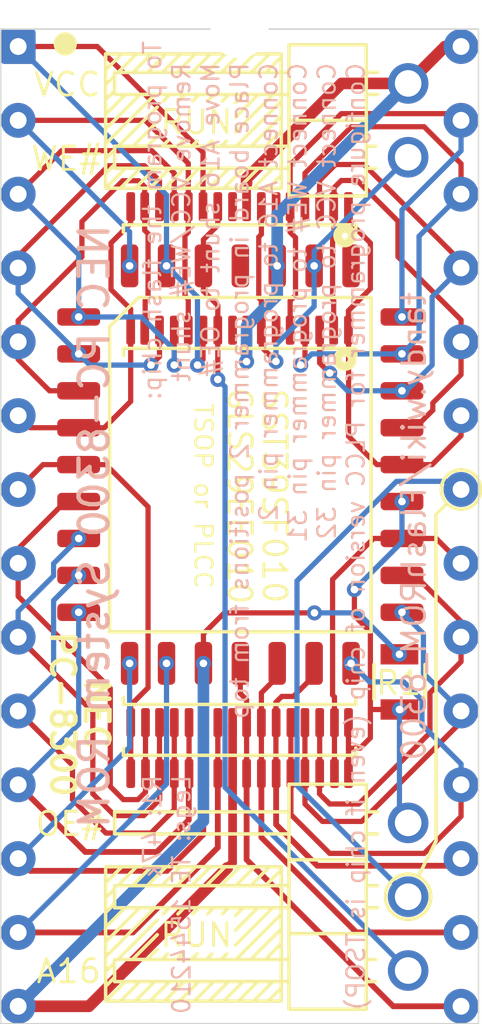
<source format=kicad_pcb>
(kicad_pcb (version 20171130) (host pcbnew 5.1.5-52549c5~84~ubuntu19.04.1)

  (general
    (thickness 1.6)
    (drawings 141)
    (tracks 357)
    (zones 0)
    (modules 7)
    (nets 32)
  )

  (page A4)
  (layers
    (0 F.Cu signal)
    (31 B.Cu signal)
    (32 B.Adhes user hide)
    (33 F.Adhes user hide)
    (34 B.Paste user hide)
    (35 F.Paste user hide)
    (36 B.SilkS user)
    (37 F.SilkS user)
    (38 B.Mask user)
    (39 F.Mask user hide)
    (40 Dwgs.User user hide)
    (41 Cmts.User user hide)
    (42 Eco1.User user hide)
    (43 Eco2.User user hide)
    (44 Edge.Cuts user)
    (45 Margin user hide)
    (46 B.CrtYd user hide)
    (47 F.CrtYd user hide)
    (48 B.Fab user hide)
    (49 F.Fab user hide)
  )

  (setup
    (last_trace_width 0.18)
    (user_trace_width 0.16)
    (user_trace_width 0.18)
    (user_trace_width 0.2)
    (user_trace_width 0.3)
    (user_trace_width 0.35)
    (user_trace_width 0.4)
    (user_trace_width 0.6)
    (user_trace_width 0.8)
    (trace_clearance 0.2)
    (zone_clearance 0.508)
    (zone_45_only no)
    (trace_min 0.16)
    (via_size 0.8)
    (via_drill 0.4)
    (via_min_size 0.52)
    (via_min_drill 0.26)
    (user_via 0.52 0.26)
    (user_via 0.92 0.4)
    (uvia_size 0.3)
    (uvia_drill 0.1)
    (uvias_allowed no)
    (uvia_min_size 0.2)
    (uvia_min_drill 0.1)
    (edge_width 0.05)
    (segment_width 0.2)
    (pcb_text_width 0.3)
    (pcb_text_size 1.5 1.5)
    (mod_edge_width 0.12)
    (mod_text_size 1 1)
    (mod_text_width 0.15)
    (pad_size 1.2 1.2)
    (pad_drill 0.58)
    (pad_to_mask_clearance 0)
    (aux_axis_origin 0 0)
    (visible_elements FFFFFF7F)
    (pcbplotparams
      (layerselection 0x010fc_ffffffff)
      (usegerberextensions false)
      (usegerberattributes false)
      (usegerberadvancedattributes false)
      (creategerberjobfile false)
      (excludeedgelayer true)
      (linewidth 0.100000)
      (plotframeref false)
      (viasonmask false)
      (mode 1)
      (useauxorigin false)
      (hpglpennumber 1)
      (hpglpenspeed 20)
      (hpglpendiameter 15.000000)
      (psnegative false)
      (psa4output false)
      (plotreference true)
      (plotvalue true)
      (plotinvisibletext false)
      (padsonsilk false)
      (subtractmaskfromsilk false)
      (outputformat 1)
      (mirror false)
      (drillshape 1)
      (scaleselection 1)
      (outputdirectory ""))
  )

  (net 0 "")
  (net 1 /A14)
  (net 2 /D2)
  (net 3 /A13)
  (net 4 /D1)
  (net 5 /A8)
  (net 6 /D0)
  (net 7 /A9)
  (net 8 /A0)
  (net 9 /A11)
  (net 10 /A1)
  (net 11 /~OE)
  (net 12 /A2)
  (net 13 /A10)
  (net 14 /A3)
  (net 15 /~CE)
  (net 16 /A4)
  (net 17 /D7)
  (net 18 /A5)
  (net 19 /D6)
  (net 20 /A6)
  (net 21 /D5)
  (net 22 /A7)
  (net 23 /D4)
  (net 24 /A12)
  (net 25 /D3)
  (net 26 /~WE)
  (net 27 /A16)
  (net 28 /A15)
  (net 29 /VCC)
  (net 30 /GND)
  (net 31 /A16_OE)

  (net_class Default "This is the default net class."
    (clearance 0.2)
    (trace_width 0.25)
    (via_dia 0.8)
    (via_drill 0.4)
    (uvia_dia 0.3)
    (uvia_drill 0.1)
    (add_net /A0)
    (add_net /A1)
    (add_net /A10)
    (add_net /A11)
    (add_net /A12)
    (add_net /A13)
    (add_net /A14)
    (add_net /A15)
    (add_net /A16)
    (add_net /A16_OE)
    (add_net /A2)
    (add_net /A3)
    (add_net /A4)
    (add_net /A5)
    (add_net /A6)
    (add_net /A7)
    (add_net /A8)
    (add_net /A9)
    (add_net /D0)
    (add_net /D1)
    (add_net /D2)
    (add_net /D3)
    (add_net /D4)
    (add_net /D5)
    (add_net /D6)
    (add_net /D7)
    (add_net /GND)
    (add_net /VCC)
    (add_net /~CE)
    (add_net /~OE)
    (add_net /~WE)
  )

  (module 000_LOCAL:TSOP32-20mm (layer F.Cu) (tedit 5E61F88B) (tstamp 5E5D81C3)
    (at 150 98.75 180)
    (descr "Module CMS TSOP 32 pins")
    (tags "CMS TSOP")
    (path /5E5D9957)
    (attr smd)
    (fp_text reference U1 (at 0 -5) (layer F.SilkS) hide
      (effects (font (size 1 1) (thickness 0.15)))
    )
    (fp_text value "GLS29EE010 (TSOP)" (at 0 5) (layer F.Fab)
      (effects (font (size 1 1) (thickness 0.15)))
    )
    (fp_line (start 4 -9.125) (end 4 -8.875) (layer F.SilkS) (width 0.12))
    (fp_line (start -4 -9.125) (end -4 -8.875) (layer F.SilkS) (width 0.12))
    (fp_line (start 4 9.125) (end 4 8.875) (layer F.SilkS) (width 0.12))
    (fp_line (start -4 9.125) (end -4 8.875) (layer F.SilkS) (width 0.12))
    (fp_line (start 4 -9.125) (end -4 -9.125) (layer F.SilkS) (width 0.12))
    (fp_line (start -4 9.125) (end 4 9.125) (layer F.SilkS) (width 0.12))
    (fp_circle (center -3.625 8.75) (end -3.525 8.75) (layer F.SilkS) (width 0.3))
    (fp_text user %R (at 0 0 90) (layer F.Fab)
      (effects (font (size 1 1) (thickness 0.15)))
    )
    (pad 1 smd roundrect (at -3.7453 9.75 180) (size 0.3 1) (layers F.Cu F.Paste F.Mask) (roundrect_rratio 0.25)
      (net 9 /A11))
    (pad 2 smd roundrect (at -3.2373 9.75 180) (size 0.3 1) (layers F.Cu F.Paste F.Mask) (roundrect_rratio 0.25)
      (net 7 /A9))
    (pad 3 smd roundrect (at -2.7547 9.75 180) (size 0.3 1) (layers F.Cu F.Paste F.Mask) (roundrect_rratio 0.25)
      (net 5 /A8))
    (pad 4 smd roundrect (at -2.2467 9.75 180) (size 0.3 1) (layers F.Cu F.Paste F.Mask) (roundrect_rratio 0.25)
      (net 3 /A13))
    (pad 5 smd roundrect (at -1.7387 9.75 180) (size 0.3 1) (layers F.Cu F.Paste F.Mask) (roundrect_rratio 0.25)
      (net 1 /A14))
    (pad 6 smd roundrect (at -1.2561 9.75 180) (size 0.3 1) (layers F.Cu F.Paste F.Mask) (roundrect_rratio 0.25))
    (pad 7 smd roundrect (at -0.7481 9.75 180) (size 0.3 1) (layers F.Cu F.Paste F.Mask) (roundrect_rratio 0.25)
      (net 26 /~WE))
    (pad 8 smd roundrect (at -0.2401 9.75 180) (size 0.3 1) (layers F.Cu F.Paste F.Mask) (roundrect_rratio 0.25)
      (net 29 /VCC))
    (pad 9 smd roundrect (at 0.2425 9.75 180) (size 0.3 1) (layers F.Cu F.Paste F.Mask) (roundrect_rratio 0.25))
    (pad 10 smd roundrect (at 0.7505 9.75 180) (size 0.3 1) (layers F.Cu F.Paste F.Mask) (roundrect_rratio 0.25)
      (net 27 /A16))
    (pad 11 smd roundrect (at 1.2585 9.75 180) (size 0.3 1) (layers F.Cu F.Paste F.Mask) (roundrect_rratio 0.25)
      (net 28 /A15))
    (pad 12 smd roundrect (at 1.7665 9.75 180) (size 0.3 1) (layers F.Cu F.Paste F.Mask) (roundrect_rratio 0.25)
      (net 24 /A12))
    (pad 13 smd roundrect (at 2.2491 9.75 180) (size 0.3 1) (layers F.Cu F.Paste F.Mask) (roundrect_rratio 0.25)
      (net 22 /A7))
    (pad 14 smd roundrect (at 2.7571 9.75 180) (size 0.3 1) (layers F.Cu F.Paste F.Mask) (roundrect_rratio 0.25)
      (net 20 /A6))
    (pad 15 smd roundrect (at 3.2651 9.75 180) (size 0.3 1) (layers F.Cu F.Paste F.Mask) (roundrect_rratio 0.25)
      (net 18 /A5))
    (pad 16 smd roundrect (at 3.7477 9.75 180) (size 0.3 1) (layers F.Cu F.Paste F.Mask) (roundrect_rratio 0.25)
      (net 16 /A4))
    (pad 17 smd roundrect (at 3.7465 -9.75 180) (size 0.3 1) (layers F.Cu F.Paste F.Mask) (roundrect_rratio 0.25)
      (net 14 /A3))
    (pad 18 smd roundrect (at 3.2385 -9.75 180) (size 0.3 1) (layers F.Cu F.Paste F.Mask) (roundrect_rratio 0.25)
      (net 12 /A2))
    (pad 19 smd roundrect (at 2.7559 -9.75 180) (size 0.3 1) (layers F.Cu F.Paste F.Mask) (roundrect_rratio 0.25)
      (net 10 /A1))
    (pad 20 smd roundrect (at 2.2479 -9.75 180) (size 0.3 1) (layers F.Cu F.Paste F.Mask) (roundrect_rratio 0.25)
      (net 8 /A0))
    (pad 21 smd roundrect (at 1.7399 -9.75 180) (size 0.3 1) (layers F.Cu F.Paste F.Mask) (roundrect_rratio 0.25)
      (net 6 /D0))
    (pad 22 smd roundrect (at 1.2573 -9.75 180) (size 0.3 1) (layers F.Cu F.Paste F.Mask) (roundrect_rratio 0.25)
      (net 4 /D1))
    (pad 23 smd roundrect (at 0.7493 -9.75 180) (size 0.3 1) (layers F.Cu F.Paste F.Mask) (roundrect_rratio 0.25)
      (net 2 /D2))
    (pad 24 smd roundrect (at 0.2413 -9.75 180) (size 0.3 1) (layers F.Cu F.Paste F.Mask) (roundrect_rratio 0.25)
      (net 30 /GND))
    (pad 25 smd roundrect (at -0.2413 -9.75 180) (size 0.3 1) (layers F.Cu F.Paste F.Mask) (roundrect_rratio 0.25)
      (net 25 /D3))
    (pad 26 smd roundrect (at -0.7493 -9.75 180) (size 0.3 1) (layers F.Cu F.Paste F.Mask) (roundrect_rratio 0.25)
      (net 23 /D4))
    (pad 27 smd roundrect (at -1.2573 -9.75 180) (size 0.3 1) (layers F.Cu F.Paste F.Mask) (roundrect_rratio 0.25)
      (net 21 /D5))
    (pad 28 smd roundrect (at -1.7653 -9.75 180) (size 0.3 1) (layers F.Cu F.Paste F.Mask) (roundrect_rratio 0.25)
      (net 19 /D6))
    (pad 29 smd roundrect (at -2.2479 -9.75 180) (size 0.3 1) (layers F.Cu F.Paste F.Mask) (roundrect_rratio 0.25)
      (net 17 /D7))
    (pad 30 smd roundrect (at -2.7559 -9.75 180) (size 0.3 1) (layers F.Cu F.Paste F.Mask) (roundrect_rratio 0.25)
      (net 15 /~CE))
    (pad 31 smd roundrect (at -3.2639 -9.75 180) (size 0.3 1) (layers F.Cu F.Paste F.Mask) (roundrect_rratio 0.25)
      (net 13 /A10))
    (pad 32 smd roundrect (at -3.7465 -9.75 180) (size 0.3 1) (layers F.Cu F.Paste F.Mask) (roundrect_rratio 0.25)
      (net 11 /~OE))
    (model ${KIPRJMOD}/000_LOCAL.pretty/packages3d/TSOP-32_8X20.step
      (at (xyz 0 0 0))
      (scale (xyz 1 1 1))
      (rotate (xyz 0 0 -90))
    )
  )

  (module 000_LOCAL:PLCC-32_11.4x14.0mm_P1.27mm (layer F.Cu) (tedit 5E61F86B) (tstamp 5E63CD90)
    (at 150.025 97.875)
    (descr "PLCC, 32 Pin (http://ww1.microchip.com/downloads/en/DeviceDoc/doc0015.pdf), generated with kicad-footprint-generator ipc_plcc_jLead_generator.py")
    (tags "PLCC LCC")
    (path /5E644E99)
    (attr virtual)
    (fp_text reference U3 (at 0 -8.52) (layer F.SilkS) hide
      (effects (font (size 1 1) (thickness 0.15)))
    )
    (fp_text value "SST39SF010 / GLS29EE010 (PLCC)" (at 0 8.52) (layer F.Fab)
      (effects (font (size 1 1) (thickness 0.15)))
    )
    (fp_line (start -4.5 5.75) (end -4.5 -4.75) (layer F.SilkS) (width 0.12))
    (fp_line (start 4.5 5.75) (end -4.5 5.75) (layer F.SilkS) (width 0.12))
    (fp_line (start 4.5 -5.75) (end 4.5 5.75) (layer F.SilkS) (width 0.12))
    (fp_line (start -3.5 -5.75) (end 4.5 -5.75) (layer F.SilkS) (width 0.12))
    (fp_line (start -4.5 -4.75) (end -3.5 -5.75) (layer F.SilkS) (width 0.12))
    (fp_circle (center 0 -5.08) (end 0.25 -5.08) (layer F.Fab) (width 0.5))
    (fp_text user %R (at 0 0) (layer F.Fab)
      (effects (font (size 1 1) (thickness 0.15)))
    )
    (fp_line (start -6.55 -5.63) (end -6.55 0) (layer F.CrtYd) (width 0.05))
    (fp_line (start -5.96 -5.63) (end -6.55 -5.63) (layer F.CrtYd) (width 0.05))
    (fp_line (start -5.96 -5.95) (end -5.96 -5.63) (layer F.CrtYd) (width 0.05))
    (fp_line (start -4.68 -7.23) (end -5.96 -5.95) (layer F.CrtYd) (width 0.05))
    (fp_line (start -4.36 -7.23) (end -4.68 -7.23) (layer F.CrtYd) (width 0.05))
    (fp_line (start -4.36 -7.82) (end -4.36 -7.23) (layer F.CrtYd) (width 0.05))
    (fp_line (start 0 -7.82) (end -4.36 -7.82) (layer F.CrtYd) (width 0.05))
    (fp_line (start 6.55 5.63) (end 6.55 0) (layer F.CrtYd) (width 0.05))
    (fp_line (start 5.96 5.63) (end 6.55 5.63) (layer F.CrtYd) (width 0.05))
    (fp_line (start 5.96 7.23) (end 5.96 5.63) (layer F.CrtYd) (width 0.05))
    (fp_line (start 4.36 7.23) (end 5.96 7.23) (layer F.CrtYd) (width 0.05))
    (fp_line (start 4.36 7.82) (end 4.36 7.23) (layer F.CrtYd) (width 0.05))
    (fp_line (start 0 7.82) (end 4.36 7.82) (layer F.CrtYd) (width 0.05))
    (fp_line (start -6.55 5.63) (end -6.55 0) (layer F.CrtYd) (width 0.05))
    (fp_line (start -5.96 5.63) (end -6.55 5.63) (layer F.CrtYd) (width 0.05))
    (fp_line (start -5.96 7.23) (end -5.96 5.63) (layer F.CrtYd) (width 0.05))
    (fp_line (start -4.36 7.23) (end -5.96 7.23) (layer F.CrtYd) (width 0.05))
    (fp_line (start -4.36 7.82) (end -4.36 7.23) (layer F.CrtYd) (width 0.05))
    (fp_line (start 0 7.82) (end -4.36 7.82) (layer F.CrtYd) (width 0.05))
    (fp_line (start 6.55 -5.63) (end 6.55 0) (layer F.CrtYd) (width 0.05))
    (fp_line (start 5.96 -5.63) (end 6.55 -5.63) (layer F.CrtYd) (width 0.05))
    (fp_line (start 5.96 -7.23) (end 5.96 -5.63) (layer F.CrtYd) (width 0.05))
    (fp_line (start 4.36 -7.23) (end 5.96 -7.23) (layer F.CrtYd) (width 0.05))
    (fp_line (start 4.36 -7.82) (end 4.36 -7.23) (layer F.CrtYd) (width 0.05))
    (fp_line (start 0 -7.82) (end 4.36 -7.82) (layer F.CrtYd) (width 0.05))
    (fp_line (start -0.5 -6.985) (end 0 -6.277893) (layer F.Fab) (width 0.1))
    (fp_line (start -4.575 -6.985) (end -0.5 -6.985) (layer F.Fab) (width 0.1))
    (fp_line (start -5.715 -5.845) (end -4.575 -6.985) (layer F.Fab) (width 0.1))
    (fp_line (start -5.715 6.985) (end -5.715 -5.845) (layer F.Fab) (width 0.1))
    (fp_line (start 5.715 6.985) (end -5.715 6.985) (layer F.Fab) (width 0.1))
    (fp_line (start 5.715 -6.985) (end 5.715 6.985) (layer F.Fab) (width 0.1))
    (fp_line (start 0.5 -6.985) (end 5.715 -6.985) (layer F.Fab) (width 0.1))
    (fp_line (start 0 -6.277893) (end 0.5 -6.985) (layer F.Fab) (width 0.1))
    (pad 32 smd roundrect (at 1.27 -6.8375) (size 0.6 1.475) (layers F.Cu F.Paste F.Mask) (roundrect_rratio 0.25)
      (net 29 /VCC))
    (pad 31 smd roundrect (at 2.54 -6.8375) (size 0.6 1.475) (layers F.Cu F.Paste F.Mask) (roundrect_rratio 0.25)
      (net 26 /~WE))
    (pad 30 smd roundrect (at 3.81 -6.8375) (size 0.6 1.475) (layers F.Cu F.Paste F.Mask) (roundrect_rratio 0.25))
    (pad 29 smd roundrect (at 5.5625 -5.08) (size 1.475 0.6) (layers F.Cu F.Paste F.Mask) (roundrect_rratio 0.25)
      (net 1 /A14))
    (pad 28 smd roundrect (at 5.5625 -3.81) (size 1.475 0.6) (layers F.Cu F.Paste F.Mask) (roundrect_rratio 0.25)
      (net 3 /A13))
    (pad 27 smd roundrect (at 5.5625 -2.54) (size 1.475 0.6) (layers F.Cu F.Paste F.Mask) (roundrect_rratio 0.25)
      (net 5 /A8))
    (pad 26 smd roundrect (at 5.5625 -1.27) (size 1.475 0.6) (layers F.Cu F.Paste F.Mask) (roundrect_rratio 0.25)
      (net 7 /A9))
    (pad 25 smd roundrect (at 5.5625 0) (size 1.475 0.6) (layers F.Cu F.Paste F.Mask) (roundrect_rratio 0.25)
      (net 9 /A11))
    (pad 24 smd roundrect (at 5.5625 1.27) (size 1.475 0.6) (layers F.Cu F.Paste F.Mask) (roundrect_rratio 0.25)
      (net 11 /~OE))
    (pad 23 smd roundrect (at 5.5625 2.54) (size 1.475 0.6) (layers F.Cu F.Paste F.Mask) (roundrect_rratio 0.25)
      (net 13 /A10))
    (pad 22 smd roundrect (at 5.5625 3.81) (size 1.475 0.6) (layers F.Cu F.Paste F.Mask) (roundrect_rratio 0.25)
      (net 15 /~CE))
    (pad 21 smd roundrect (at 5.5625 5.08) (size 1.475 0.6) (layers F.Cu F.Paste F.Mask) (roundrect_rratio 0.25)
      (net 17 /D7))
    (pad 20 smd roundrect (at 3.81 6.8375) (size 0.6 1.475) (layers F.Cu F.Paste F.Mask) (roundrect_rratio 0.25)
      (net 19 /D6))
    (pad 19 smd roundrect (at 2.54 6.8375) (size 0.6 1.475) (layers F.Cu F.Paste F.Mask) (roundrect_rratio 0.25)
      (net 21 /D5))
    (pad 18 smd roundrect (at 1.27 6.8375) (size 0.6 1.475) (layers F.Cu F.Paste F.Mask) (roundrect_rratio 0.25)
      (net 23 /D4))
    (pad 17 smd roundrect (at 0 6.8375) (size 0.6 1.475) (layers F.Cu F.Paste F.Mask) (roundrect_rratio 0.25)
      (net 25 /D3))
    (pad 16 smd roundrect (at -1.27 6.8375) (size 0.6 1.475) (layers F.Cu F.Paste F.Mask) (roundrect_rratio 0.25)
      (net 30 /GND))
    (pad 15 smd roundrect (at -2.54 6.8375) (size 0.6 1.475) (layers F.Cu F.Paste F.Mask) (roundrect_rratio 0.25)
      (net 2 /D2))
    (pad 14 smd roundrect (at -3.81 6.8375) (size 0.6 1.475) (layers F.Cu F.Paste F.Mask) (roundrect_rratio 0.25)
      (net 4 /D1))
    (pad 13 smd roundrect (at -5.5625 5.08) (size 1.475 0.6) (layers F.Cu F.Paste F.Mask) (roundrect_rratio 0.25)
      (net 6 /D0))
    (pad 12 smd roundrect (at -5.5625 3.81) (size 1.475 0.6) (layers F.Cu F.Paste F.Mask) (roundrect_rratio 0.25)
      (net 8 /A0))
    (pad 11 smd roundrect (at -5.5625 2.54) (size 1.475 0.6) (layers F.Cu F.Paste F.Mask) (roundrect_rratio 0.25)
      (net 10 /A1))
    (pad 10 smd roundrect (at -5.5625 1.27) (size 1.475 0.6) (layers F.Cu F.Paste F.Mask) (roundrect_rratio 0.25)
      (net 12 /A2))
    (pad 9 smd roundrect (at -5.5625 0) (size 1.475 0.6) (layers F.Cu F.Paste F.Mask) (roundrect_rratio 0.25)
      (net 14 /A3))
    (pad 8 smd roundrect (at -5.5625 -1.27) (size 1.475 0.6) (layers F.Cu F.Paste F.Mask) (roundrect_rratio 0.25)
      (net 16 /A4))
    (pad 7 smd roundrect (at -5.5625 -2.54) (size 1.475 0.6) (layers F.Cu F.Paste F.Mask) (roundrect_rratio 0.25)
      (net 18 /A5))
    (pad 6 smd roundrect (at -5.5625 -3.81) (size 1.475 0.6) (layers F.Cu F.Paste F.Mask) (roundrect_rratio 0.25)
      (net 20 /A6))
    (pad 5 smd roundrect (at -5.5625 -5.08) (size 1.475 0.6) (layers F.Cu F.Paste F.Mask) (roundrect_rratio 0.25)
      (net 22 /A7))
    (pad 4 smd roundrect (at -3.81 -6.8375) (size 0.6 1.475) (layers F.Cu F.Paste F.Mask) (roundrect_rratio 0.25)
      (net 24 /A12))
    (pad 3 smd roundrect (at -2.54 -6.8375) (size 0.6 1.475) (layers F.Cu F.Paste F.Mask) (roundrect_rratio 0.25)
      (net 28 /A15))
    (pad 2 smd roundrect (at -1.27 -6.8375) (size 0.6 1.475) (layers F.Cu F.Paste F.Mask) (roundrect_rratio 0.25)
      (net 27 /A16))
    (pad 1 smd roundrect (at 0 -6.8375) (size 0.6 1.475) (layers F.Cu F.Paste F.Mask) (roundrect_rratio 0.25))
    (model ${KIPRJMOD}/000_LOCAL.pretty/packages3d/plcc32_p1-27_l14-05_w11-51.stp.disabled
      (offset (xyz 0 0 2.8956))
      (scale (xyz 1 1 1))
      (rotate (xyz -90 0 180))
    )
    (model ${KIPRJMOD}/000_LOCAL.pretty/packages3d/PLCC32_NH_SST.step
      (offset (xyz 0 0 0.2))
      (scale (xyz 1 1 1))
      (rotate (xyz 0 0 0))
    )
  )

  (module 000_LOCAL:TSOP32-14mm (layer F.Cu) (tedit 5E61F664) (tstamp 5E60E0E3)
    (at 150 100 180)
    (descr "Module CMS TSOP 32 pins")
    (tags "CMS TSOP")
    (path /5E618FF4)
    (attr virtual)
    (fp_text reference U2 (at 0 -2) (layer F.SilkS) hide
      (effects (font (size 1 1) (thickness 0.15)))
    )
    (fp_text value "SST39SF010 (TSOP)" (at 0.15 -1.35 180) (layer F.SilkS) hide
      (effects (font (size 1 1) (thickness 0.15)))
    )
    (fp_line (start 4 -6.125) (end 4 -5.875) (layer F.SilkS) (width 0.12))
    (fp_line (start -4 -6.125) (end -4 -5.875) (layer F.SilkS) (width 0.12))
    (fp_line (start 4 6.125) (end 4 5.875) (layer F.SilkS) (width 0.12))
    (fp_line (start -4 6.125) (end -4 5.875) (layer F.SilkS) (width 0.12))
    (fp_line (start 4 -6.125) (end -4 -6.125) (layer F.SilkS) (width 0.12))
    (fp_line (start -4 6.125) (end 4 6.125) (layer F.SilkS) (width 0.12))
    (fp_circle (center -3.625 5.75) (end -3.525 5.75) (layer F.SilkS) (width 0.3))
    (fp_text user %R (at 0 0 90) (layer F.Fab)
      (effects (font (size 1 1) (thickness 0.15)))
    )
    (fp_text user "Copyright 2016 Accelerated Designs. All rights reserved." (at 0 0 90) (layer Cmts.User)
      (effects (font (size 0.127 0.127) (thickness 0.002)))
    )
    (pad 1 smd roundrect (at -3.7453 6.75 180) (size 0.3 1) (layers F.Cu F.Paste F.Mask) (roundrect_rratio 0.25)
      (net 9 /A11))
    (pad 2 smd roundrect (at -3.2373 6.75 180) (size 0.3 1) (layers F.Cu F.Paste F.Mask) (roundrect_rratio 0.25)
      (net 7 /A9))
    (pad 3 smd roundrect (at -2.7547 6.75 180) (size 0.3 1) (layers F.Cu F.Paste F.Mask) (roundrect_rratio 0.25)
      (net 5 /A8))
    (pad 4 smd roundrect (at -2.2467 6.75 180) (size 0.3 1) (layers F.Cu F.Paste F.Mask) (roundrect_rratio 0.25)
      (net 3 /A13))
    (pad 5 smd roundrect (at -1.7387 6.75 180) (size 0.3 1) (layers F.Cu F.Paste F.Mask) (roundrect_rratio 0.25)
      (net 1 /A14))
    (pad 6 smd roundrect (at -1.2561 6.75 180) (size 0.3 1) (layers F.Cu F.Paste F.Mask) (roundrect_rratio 0.25))
    (pad 7 smd roundrect (at -0.7481 6.75 180) (size 0.3 1) (layers F.Cu F.Paste F.Mask) (roundrect_rratio 0.25)
      (net 26 /~WE))
    (pad 8 smd roundrect (at -0.2401 6.75 180) (size 0.3 1) (layers F.Cu F.Paste F.Mask) (roundrect_rratio 0.25)
      (net 29 /VCC))
    (pad 9 smd roundrect (at 0.2425 6.75 180) (size 0.3 1) (layers F.Cu F.Paste F.Mask) (roundrect_rratio 0.25))
    (pad 10 smd roundrect (at 0.7505 6.75 180) (size 0.3 1) (layers F.Cu F.Paste F.Mask) (roundrect_rratio 0.25)
      (net 27 /A16))
    (pad 11 smd roundrect (at 1.2585 6.75 180) (size 0.3 1) (layers F.Cu F.Paste F.Mask) (roundrect_rratio 0.25)
      (net 28 /A15))
    (pad 12 smd roundrect (at 1.7665 6.75 180) (size 0.3 1) (layers F.Cu F.Paste F.Mask) (roundrect_rratio 0.25)
      (net 24 /A12))
    (pad 13 smd roundrect (at 2.2491 6.75 180) (size 0.3 1) (layers F.Cu F.Paste F.Mask) (roundrect_rratio 0.25)
      (net 22 /A7))
    (pad 14 smd roundrect (at 2.7571 6.75 180) (size 0.3 1) (layers F.Cu F.Paste F.Mask) (roundrect_rratio 0.25)
      (net 20 /A6))
    (pad 15 smd roundrect (at 3.2651 6.75 180) (size 0.3 1) (layers F.Cu F.Paste F.Mask) (roundrect_rratio 0.25)
      (net 18 /A5))
    (pad 16 smd roundrect (at 3.7477 6.75 180) (size 0.3 1) (layers F.Cu F.Paste F.Mask) (roundrect_rratio 0.25)
      (net 16 /A4))
    (pad 17 smd roundrect (at 3.7465 -6.75 180) (size 0.3 1) (layers F.Cu F.Paste F.Mask) (roundrect_rratio 0.25)
      (net 14 /A3))
    (pad 18 smd roundrect (at 3.2385 -6.75 180) (size 0.3 1) (layers F.Cu F.Paste F.Mask) (roundrect_rratio 0.25)
      (net 12 /A2))
    (pad 19 smd roundrect (at 2.7559 -6.75 180) (size 0.3 1) (layers F.Cu F.Paste F.Mask) (roundrect_rratio 0.25)
      (net 10 /A1))
    (pad 20 smd roundrect (at 2.2479 -6.75 180) (size 0.3 1) (layers F.Cu F.Paste F.Mask) (roundrect_rratio 0.25)
      (net 8 /A0))
    (pad 21 smd roundrect (at 1.7399 -6.75 180) (size 0.3 1) (layers F.Cu F.Paste F.Mask) (roundrect_rratio 0.25)
      (net 6 /D0))
    (pad 22 smd roundrect (at 1.2573 -6.75 180) (size 0.3 1) (layers F.Cu F.Paste F.Mask) (roundrect_rratio 0.25)
      (net 4 /D1))
    (pad 23 smd roundrect (at 0.7493 -6.75 180) (size 0.3 1) (layers F.Cu F.Paste F.Mask) (roundrect_rratio 0.25)
      (net 2 /D2))
    (pad 24 smd roundrect (at 0.2413 -6.75 180) (size 0.3 1) (layers F.Cu F.Paste F.Mask) (roundrect_rratio 0.25)
      (net 30 /GND))
    (pad 25 smd roundrect (at -0.2413 -6.75 180) (size 0.3 1) (layers F.Cu F.Paste F.Mask) (roundrect_rratio 0.25)
      (net 25 /D3))
    (pad 26 smd roundrect (at -0.7493 -6.75 180) (size 0.3 1) (layers F.Cu F.Paste F.Mask) (roundrect_rratio 0.25)
      (net 23 /D4))
    (pad 27 smd roundrect (at -1.2573 -6.75 180) (size 0.3 1) (layers F.Cu F.Paste F.Mask) (roundrect_rratio 0.25)
      (net 21 /D5))
    (pad 28 smd roundrect (at -1.7653 -6.75 180) (size 0.3 1) (layers F.Cu F.Paste F.Mask) (roundrect_rratio 0.25)
      (net 19 /D6))
    (pad 29 smd roundrect (at -2.2479 -6.75 180) (size 0.3 1) (layers F.Cu F.Paste F.Mask) (roundrect_rratio 0.25)
      (net 17 /D7))
    (pad 30 smd roundrect (at -2.7559 -6.75 180) (size 0.3 1) (layers F.Cu F.Paste F.Mask) (roundrect_rratio 0.25)
      (net 15 /~CE))
    (pad 31 smd roundrect (at -3.2639 -6.75 180) (size 0.3 1) (layers F.Cu F.Paste F.Mask) (roundrect_rratio 0.25)
      (net 13 /A10))
    (pad 32 smd roundrect (at -3.7465 -6.75 180) (size 0.3 1) (layers F.Cu F.Paste F.Mask) (roundrect_rratio 0.25)
      (net 11 /~OE))
    (model ${KIPRJMOD}/000_LOCAL.pretty/packages3d/TSOP32_8x14.step
      (at (xyz 0 0 0))
      (scale (xyz 1 1 1))
      (rotate (xyz 0 0 -90))
    )
  )

  (module 000_LOCAL:Pin_Header_Angled_1x03_Pitch2.54mm (layer F.Cu) (tedit 5E5F104B) (tstamp 5E5F181D)
    (at 155.8 115.28 180)
    (descr "Through hole angled pin header, 1x03, 2.54mm pitch, 6mm pin length, single row")
    (tags "Through hole angled pin header THT 1x03 2.54mm single row")
    (path /5E634357)
    (fp_text reference J3 (at 2.7432 5.0292) (layer F.SilkS) hide
      (effects (font (size 1 1) (thickness 0.15)))
    )
    (fp_text value Conn_1x3 (at 4.385 7.35) (layer F.Fab)
      (effects (font (size 1 1) (thickness 0.15)))
    )
    (fp_poly (pts (xy 0.3175 0.3175) (xy -0.3175 0.3175) (xy -0.3175 -0.3175) (xy 0.3175 -0.3175)) (layer Dwgs.User) (width 0.00254))
    (fp_line (start 2.135 -1.27) (end 4.04 -1.27) (layer F.Fab) (width 0.1))
    (fp_line (start 4.04 -1.27) (end 4.04 6.35) (layer F.Fab) (width 0.1))
    (fp_line (start 4.04 6.35) (end 1.5 6.35) (layer F.Fab) (width 0.1))
    (fp_line (start 1.5 6.35) (end 1.5 -0.635) (layer F.Fab) (width 0.1))
    (fp_line (start 1.5 -0.635) (end 2.135 -1.27) (layer F.Fab) (width 0.1))
    (fp_line (start -0.32 -0.32) (end 1.5 -0.32) (layer F.Fab) (width 0.1))
    (fp_line (start -0.32 0.32) (end 1.5 0.32) (layer F.Fab) (width 0.1))
    (fp_line (start 4.04 -0.32) (end 10.04 -0.32) (layer F.Fab) (width 0.1))
    (fp_line (start 10.04 -0.32) (end 10.04 0.32) (layer F.Fab) (width 0.1))
    (fp_line (start 4.04 0.32) (end 10.04 0.32) (layer F.Fab) (width 0.1))
    (fp_line (start -0.32 2.22) (end 1.5 2.22) (layer F.Fab) (width 0.1))
    (fp_line (start -0.32 2.22) (end -0.32 2.86) (layer F.Fab) (width 0.1))
    (fp_line (start -0.32 2.86) (end 1.5 2.86) (layer F.Fab) (width 0.1))
    (fp_line (start 4.04 2.22) (end 10.04 2.22) (layer F.Fab) (width 0.1))
    (fp_line (start 10.04 2.22) (end 10.04 2.86) (layer F.Fab) (width 0.1))
    (fp_line (start 4.04 2.86) (end 10.04 2.86) (layer F.Fab) (width 0.1))
    (fp_line (start -0.32 4.76) (end 1.5 4.76) (layer F.Fab) (width 0.1))
    (fp_line (start -0.32 4.76) (end -0.32 5.4) (layer F.Fab) (width 0.1))
    (fp_line (start -0.32 5.4) (end 1.5 5.4) (layer F.Fab) (width 0.1))
    (fp_line (start 4.04 4.76) (end 10.04 4.76) (layer F.Fab) (width 0.1))
    (fp_line (start 10.04 4.76) (end 10.04 5.4) (layer F.Fab) (width 0.1))
    (fp_line (start 4.04 5.4) (end 10.04 5.4) (layer F.Fab) (width 0.1))
    (fp_line (start 1.44 -1.33) (end 1.44 6.41) (layer F.SilkS) (width 0.12))
    (fp_line (start 1.44 6.41) (end 4.1 6.41) (layer F.SilkS) (width 0.12))
    (fp_line (start 4.1 6.41) (end 4.1 -1.33) (layer F.SilkS) (width 0.12))
    (fp_line (start 4.1 -1.33) (end 1.44 -1.33) (layer F.SilkS) (width 0.12))
    (fp_line (start 4.1 -0.38) (end 10.1 -0.38) (layer F.SilkS) (width 0.12))
    (fp_line (start 10.1 -0.38) (end 10.1 0.38) (layer F.SilkS) (width 0.12))
    (fp_line (start 10.1 0.38) (end 4.1 0.38) (layer F.SilkS) (width 0.12))
    (fp_line (start 1.11 -0.38) (end 1.44 -0.38) (layer F.SilkS) (width 0.12))
    (fp_line (start 1.11 0.38) (end 1.44 0.38) (layer F.SilkS) (width 0.12))
    (fp_line (start 1.44 1.27) (end 4.1 1.27) (layer F.SilkS) (width 0.12))
    (fp_line (start 4.1 2.16) (end 10.1 2.16) (layer F.SilkS) (width 0.12))
    (fp_line (start 10.1 2.16) (end 10.1 2.92) (layer F.SilkS) (width 0.12))
    (fp_line (start 10.1 2.92) (end 4.1 2.92) (layer F.SilkS) (width 0.12))
    (fp_line (start 1.042929 2.16) (end 1.44 2.16) (layer F.SilkS) (width 0.12))
    (fp_line (start 1.042929 2.92) (end 1.44 2.92) (layer F.SilkS) (width 0.12))
    (fp_line (start 1.44 3.81) (end 4.1 3.81) (layer F.SilkS) (width 0.12))
    (fp_line (start 4.1 4.7) (end 10.1 4.7) (layer F.SilkS) (width 0.12))
    (fp_line (start 10.1 4.7) (end 10.1 5.46) (layer F.SilkS) (width 0.12))
    (fp_line (start 10.1 5.46) (end 4.1 5.46) (layer F.SilkS) (width 0.12))
    (fp_line (start 1.042929 4.7) (end 1.44 4.7) (layer F.SilkS) (width 0.12))
    (fp_line (start 1.042929 5.46) (end 1.44 5.46) (layer F.SilkS) (width 0.12))
    (fp_line (start -1.8 -1.8) (end -1.8 6.85) (layer F.CrtYd) (width 0.05))
    (fp_line (start -1.8 6.85) (end 10.55 6.85) (layer F.CrtYd) (width 0.05))
    (fp_line (start 10.55 6.85) (end 10.55 -1.8) (layer F.CrtYd) (width 0.05))
    (fp_line (start 10.55 -1.8) (end -1.8 -1.8) (layer F.CrtYd) (width 0.05))
    (fp_text user %R (at 2.77 2.54 90) (layer F.Fab)
      (effects (font (size 1 1) (thickness 0.15)))
    )
    (pad 1 thru_hole circle (at 0 0 180) (size 1.397 1.397) (drill 0.9144) (layers *.Cu *.Mask)
      (net 27 /A16))
    (pad 2 thru_hole circle (at 0 2.54 180) (size 1.397 1.397) (drill 0.9144) (layers *.Cu *.Mask)
      (net 31 /A16_OE))
    (pad 3 thru_hole circle (at 0 5.08 180) (size 1.397 1.397) (drill 0.9144) (layers *.Cu *.Mask)
      (net 11 /~OE))
    (model ${KIPRJMOD}/000_LOCAL.pretty/packages3d/PinHeader_1x03_P2.54mm_Horizontal.step
      (at (xyz 0 0 0))
      (scale (xyz 1 1 1))
      (rotate (xyz 0 0 0))
    )
  )

  (module 000_LOCAL:Pin_Header_Angled_1x02_Pitch2.54mm (layer F.Cu) (tedit 5E5F1033) (tstamp 5E606307)
    (at 155.8 87.3 180)
    (descr "Through hole angled pin header, 1x02, 2.54mm pitch, 6mm pin length, single row")
    (tags "Through hole angled pin header THT 1x02 2.54mm single row")
    (path /5E685DD0)
    (fp_text reference J2 (at 2.7432 2.54) (layer F.SilkS) hide
      (effects (font (size 1 1) (thickness 0.15)))
    )
    (fp_text value Conn_1x2 (at 4.385 4.81) (layer F.Fab)
      (effects (font (size 1 1) (thickness 0.15)))
    )
    (fp_line (start 2.135 -1.27) (end 4.04 -1.27) (layer F.Fab) (width 0.1))
    (fp_line (start 4.04 -1.27) (end 4.04 3.81) (layer F.Fab) (width 0.1))
    (fp_line (start 4.04 3.81) (end 1.5 3.81) (layer F.Fab) (width 0.1))
    (fp_line (start 1.5 3.81) (end 1.5 -0.635) (layer F.Fab) (width 0.1))
    (fp_line (start 1.5 -0.635) (end 2.135 -1.27) (layer F.Fab) (width 0.1))
    (fp_line (start -0.32 -0.32) (end 1.5 -0.32) (layer F.Fab) (width 0.1))
    (fp_line (start -0.32 -0.32) (end -0.32 0.32) (layer F.Fab) (width 0.1))
    (fp_line (start -0.32 0.32) (end 1.5 0.32) (layer F.Fab) (width 0.1))
    (fp_line (start 4.04 -0.32) (end 10.04 -0.32) (layer F.Fab) (width 0.1))
    (fp_line (start 10.04 -0.32) (end 10.04 0.32) (layer F.Fab) (width 0.1))
    (fp_line (start 4.04 0.32) (end 10.04 0.32) (layer F.Fab) (width 0.1))
    (fp_line (start -0.32 2.22) (end 1.5 2.22) (layer F.Fab) (width 0.1))
    (fp_line (start -0.32 2.22) (end -0.32 2.86) (layer F.Fab) (width 0.1))
    (fp_line (start -0.32 2.86) (end 1.5 2.86) (layer F.Fab) (width 0.1))
    (fp_line (start 4.04 2.22) (end 10.04 2.22) (layer F.Fab) (width 0.1))
    (fp_line (start 10.04 2.22) (end 10.04 2.86) (layer F.Fab) (width 0.1))
    (fp_line (start 4.04 2.86) (end 10.04 2.86) (layer F.Fab) (width 0.1))
    (fp_line (start 1.44 -1.33) (end 1.44 3.87) (layer F.SilkS) (width 0.12))
    (fp_line (start 1.44 3.87) (end 4.1 3.87) (layer F.SilkS) (width 0.12))
    (fp_line (start 4.1 3.87) (end 4.1 -1.33) (layer F.SilkS) (width 0.12))
    (fp_line (start 4.1 -1.33) (end 1.44 -1.33) (layer F.SilkS) (width 0.12))
    (fp_line (start 4.1 -0.38) (end 10.1 -0.38) (layer F.SilkS) (width 0.12))
    (fp_line (start 10.1 -0.38) (end 10.1 0.38) (layer F.SilkS) (width 0.12))
    (fp_line (start 10.1 0.38) (end 4.1 0.38) (layer F.SilkS) (width 0.12))
    (fp_line (start 1.11 -0.38) (end 1.44 -0.38) (layer F.SilkS) (width 0.12))
    (fp_line (start 1.11 0.38) (end 1.44 0.38) (layer F.SilkS) (width 0.12))
    (fp_line (start 1.44 1.27) (end 4.1 1.27) (layer F.SilkS) (width 0.12))
    (fp_line (start 4.1 2.16) (end 10.1 2.16) (layer F.SilkS) (width 0.12))
    (fp_line (start 10.1 2.16) (end 10.1 2.92) (layer F.SilkS) (width 0.12))
    (fp_line (start 10.1 2.92) (end 4.1 2.92) (layer F.SilkS) (width 0.12))
    (fp_line (start 1.042929 2.16) (end 1.44 2.16) (layer F.SilkS) (width 0.12))
    (fp_line (start 1.042929 2.92) (end 1.44 2.92) (layer F.SilkS) (width 0.12))
    (fp_line (start -1.8 -1.8) (end -1.8 4.35) (layer F.CrtYd) (width 0.05))
    (fp_line (start -1.8 4.35) (end 10.55 4.35) (layer F.CrtYd) (width 0.05))
    (fp_line (start 10.55 4.35) (end 10.55 -1.8) (layer F.CrtYd) (width 0.05))
    (fp_line (start 10.55 -1.8) (end -1.8 -1.8) (layer F.CrtYd) (width 0.05))
    (fp_text user %R (at 2.77 1.27 90) (layer F.Fab)
      (effects (font (size 1 1) (thickness 0.15)))
    )
    (pad 1 thru_hole circle (at 0 0 180) (size 1.397 1.397) (drill 0.9144) (layers *.Cu *.Mask)
      (net 26 /~WE))
    (pad 2 thru_hole circle (at 0 2.54 180) (size 1.397 1.397) (drill 0.9144) (layers *.Cu *.Mask)
      (net 29 /VCC))
    (model ${KIPRJMOD}/000_LOCAL.pretty/packages3d/PinHeader_1x02_P2.54mm_Horizontal.step
      (at (xyz 0 0 0))
      (scale (xyz 1 1 1))
      (rotate (xyz 0 0 0))
    )
  )

  (module 000_LOCAL:R_0805 (layer F.Cu) (tedit 5E24F165) (tstamp 5E638D11)
    (at 155.5 105.35 90)
    (descr "Resistor SMD 0805, reflow soldering, Vishay (see dcrcw.pdf)")
    (tags "resistor 0805")
    (path /5E614D7E)
    (attr smd)
    (fp_text reference R1 (at -0.0381 -0.0254 unlocked) (layer F.SilkS)
      (effects (font (size 0.8 0.8) (thickness 0.1)))
    )
    (fp_text value 47k (at 0 1.75 90) (layer F.Fab)
      (effects (font (size 1 1) (thickness 0.15)))
    )
    (fp_text user %R (at 0 0 90) (layer F.Fab)
      (effects (font (size 0.5 0.5) (thickness 0.075)))
    )
    (fp_line (start -1 0.62) (end -1 -0.62) (layer F.Fab) (width 0.1))
    (fp_line (start 1 0.62) (end -1 0.62) (layer F.Fab) (width 0.1))
    (fp_line (start 1 -0.62) (end 1 0.62) (layer F.Fab) (width 0.1))
    (fp_line (start -1 -0.62) (end 1 -0.62) (layer F.Fab) (width 0.1))
    (fp_line (start 0.6 0.88) (end -0.6 0.88) (layer F.SilkS) (width 0.12))
    (fp_line (start -0.6 -0.88) (end 0.6 -0.88) (layer F.SilkS) (width 0.12))
    (fp_line (start -1.55 -0.9) (end 1.55 -0.9) (layer F.CrtYd) (width 0.05))
    (fp_line (start -1.55 -0.9) (end -1.55 0.9) (layer F.CrtYd) (width 0.05))
    (fp_line (start 1.55 0.9) (end 1.55 -0.9) (layer F.CrtYd) (width 0.05))
    (fp_line (start 1.55 0.9) (end -1.55 0.9) (layer F.CrtYd) (width 0.05))
    (pad 1 smd rect (at -0.95 0 90) (size 0.7 1.3) (layers F.Cu F.Paste F.Mask)
      (net 11 /~OE))
    (pad 2 smd rect (at 0.95 0 90) (size 0.7 1.3) (layers F.Cu F.Paste F.Mask)
      (net 30 /GND))
    (model ${KIPRJMOD}/000_LOCAL.pretty/packages3d/R_0805_2012Metric.step
      (at (xyz 0 0 0))
      (scale (xyz 1 1 1))
      (rotate (xyz 0 0 0))
    )
  )

  (module 000_LOCAL:DIP-28_W15.24mm_pcb_sil_pins (layer F.Cu) (tedit 5E5DB572) (tstamp 5E6197D1)
    (at 150 100)
    (descr "28-lead though-hole mounted DIP package, row spacing 15.24 mm (600 mils)")
    (tags "THT DIP DIL PDIP 2.54mm 15.24mm 600mil")
    (path /5E5C209E)
    (fp_text reference J1 (at 0 -18.84) (layer F.SilkS) hide
      (effects (font (size 1 1) (thickness 0.15)))
    )
    (fp_text value uPD23C1000 (at 0 18.84) (layer F.Fab)
      (effects (font (size 1 1) (thickness 0.15)))
    )
    (fp_text user %R (at 0.27 3.12) (layer F.Fab)
      (effects (font (size 1 1) (thickness 0.15)))
    )
    (fp_line (start -8.22 -17.11) (end -8.22 17.11) (layer F.CrtYd) (width 0.01))
    (fp_line (start -8.22 17.11) (end 8.22 17.11) (layer F.CrtYd) (width 0.01))
    (fp_line (start 8.22 17.11) (end 8.22 -17.11) (layer F.CrtYd) (width 0.01))
    (fp_line (start 8.22 -17.11) (end -8.22 -17.11) (layer F.CrtYd) (width 0.01))
    (pad 28 thru_hole circle (at 7.62 -16.51) (size 1.2 1.2) (drill 0.58) (layers *.Cu *.Mask)
      (net 29 /VCC))
    (pad 14 thru_hole circle (at -7.62 16.51) (size 1.2 1.2) (drill 0.58) (layers *.Cu *.Mask)
      (net 30 /GND))
    (pad 27 thru_hole circle (at 7.62 -13.97) (size 1.2 1.2) (drill 0.58) (layers *.Cu *.Mask)
      (net 1 /A14))
    (pad 13 thru_hole circle (at -7.62 13.97) (size 1.2 1.2) (drill 0.58) (layers *.Cu *.Mask)
      (net 2 /D2))
    (pad 26 thru_hole circle (at 7.62 -11.43) (size 1.2 1.2) (drill 0.58) (layers *.Cu *.Mask)
      (net 3 /A13))
    (pad 12 thru_hole circle (at -7.62 11.43) (size 1.2 1.2) (drill 0.58) (layers *.Cu *.Mask)
      (net 4 /D1))
    (pad 25 thru_hole circle (at 7.62 -8.89) (size 1.2 1.2) (drill 0.58) (layers *.Cu *.Mask)
      (net 5 /A8))
    (pad 11 thru_hole circle (at -7.62 8.89) (size 1.2 1.2) (drill 0.58) (layers *.Cu *.Mask)
      (net 6 /D0))
    (pad 24 thru_hole circle (at 7.62 -6.35) (size 1.2 1.2) (drill 0.58) (layers *.Cu *.Mask)
      (net 7 /A9))
    (pad 10 thru_hole circle (at -7.62 6.35) (size 1.2 1.2) (drill 0.58) (layers *.Cu *.Mask)
      (net 8 /A0))
    (pad 23 thru_hole circle (at 7.62 -3.81) (size 1.2 1.2) (drill 0.58) (layers *.Cu *.Mask)
      (net 9 /A11))
    (pad 9 thru_hole circle (at -7.62 3.81) (size 1.2 1.2) (drill 0.58) (layers *.Cu *.Mask)
      (net 10 /A1))
    (pad 22 thru_hole circle (at 7.62 -1.27) (size 1.2 1.2) (drill 0.58) (layers *.Cu *.Mask)
      (net 31 /A16_OE))
    (pad 8 thru_hole circle (at -7.62 1.27) (size 1.2 1.2) (drill 0.58) (layers *.Cu *.Mask)
      (net 12 /A2))
    (pad 21 thru_hole circle (at 7.62 1.27) (size 1.2 1.2) (drill 0.58) (layers *.Cu *.Mask)
      (net 13 /A10))
    (pad 7 thru_hole circle (at -7.62 -1.27) (size 1.2 1.2) (drill 0.58) (layers *.Cu *.Mask)
      (net 14 /A3))
    (pad 20 thru_hole circle (at 7.62 3.81) (size 1.2 1.2) (drill 0.58) (layers *.Cu *.Mask)
      (net 15 /~CE))
    (pad 6 thru_hole circle (at -7.62 -3.81) (size 1.2 1.2) (drill 0.58) (layers *.Cu *.Mask)
      (net 16 /A4))
    (pad 19 thru_hole circle (at 7.62 6.35) (size 1.2 1.2) (drill 0.58) (layers *.Cu *.Mask)
      (net 17 /D7))
    (pad 5 thru_hole circle (at -7.62 -6.35) (size 1.2 1.2) (drill 0.58) (layers *.Cu *.Mask)
      (net 18 /A5))
    (pad 18 thru_hole circle (at 7.62 8.89) (size 1.2 1.2) (drill 0.58) (layers *.Cu *.Mask)
      (net 19 /D6))
    (pad 4 thru_hole circle (at -7.62 -8.89) (size 1.2 1.2) (drill 0.58) (layers *.Cu *.Mask)
      (net 20 /A6))
    (pad 17 thru_hole circle (at 7.62 11.43) (size 1.2 1.2) (drill 0.58) (layers *.Cu *.Mask)
      (net 21 /D5))
    (pad 3 thru_hole circle (at -7.62 -11.43) (size 1.2 1.2) (drill 0.58) (layers *.Cu *.Mask)
      (net 22 /A7))
    (pad 16 thru_hole circle (at 7.62 13.97) (size 1.2 1.2) (drill 0.58) (layers *.Cu *.Mask)
      (net 23 /D4))
    (pad 2 thru_hole circle (at -7.62 -13.97) (size 1.2 1.2) (drill 0.58) (layers *.Cu *.Mask)
      (net 24 /A12))
    (pad 15 thru_hole circle (at 7.62 16.51) (size 1.2 1.2) (drill 0.58) (layers *.Cu *.Mask)
      (net 25 /D3))
    (pad 1 thru_hole roundrect (at -7.62 -16.51) (size 1.2 1.2) (drill 0.58) (layers *.Cu *.Mask) (roundrect_rratio 0.1)
      (net 28 /A15))
    (pad "" np_thru_hole circle (at 0 -17.11) (size 2 2) (drill 2) (layers *.Cu *.Mask))
    (model ${KIPRJMOD}/000_LOCAL.pretty/packages3d/DIL_LEG.step
      (offset (xyz -7.62 16.51 0.18))
      (scale (xyz 1 1 1))
      (rotate (xyz 0 0 0))
    )
    (model ${KIPRJMOD}/000_LOCAL.pretty/packages3d/DIL_LEG.step
      (offset (xyz -7.62 13.97 0.18))
      (scale (xyz 1 1 1))
      (rotate (xyz 0 0 0))
    )
    (model ${KIPRJMOD}/000_LOCAL.pretty/packages3d/DIL_LEG.step
      (offset (xyz -7.62 11.43 0.18))
      (scale (xyz 1 1 1))
      (rotate (xyz 0 0 0))
    )
    (model ${KIPRJMOD}/000_LOCAL.pretty/packages3d/DIL_LEG.step
      (offset (xyz -7.62 8.890000000000001 0.18))
      (scale (xyz 1 1 1))
      (rotate (xyz 0 0 0))
    )
    (model ${KIPRJMOD}/000_LOCAL.pretty/packages3d/DIL_LEG.step
      (offset (xyz -7.62 6.35 0.18))
      (scale (xyz 1 1 1))
      (rotate (xyz 0 0 0))
    )
    (model ${KIPRJMOD}/000_LOCAL.pretty/packages3d/DIL_LEG.step
      (offset (xyz -7.62 3.81 0.18))
      (scale (xyz 1 1 1))
      (rotate (xyz 0 0 0))
    )
    (model ${KIPRJMOD}/000_LOCAL.pretty/packages3d/DIL_LEG.step
      (offset (xyz -7.62 1.27 0.18))
      (scale (xyz 1 1 1))
      (rotate (xyz 0 0 0))
    )
    (model ${KIPRJMOD}/000_LOCAL.pretty/packages3d/DIL_LEG.step
      (offset (xyz -7.62 -1.27 0.18))
      (scale (xyz 1 1 1))
      (rotate (xyz 0 0 0))
    )
    (model ${KIPRJMOD}/000_LOCAL.pretty/packages3d/DIL_LEG.step
      (offset (xyz -7.62 -3.81 0.18))
      (scale (xyz 1 1 1))
      (rotate (xyz 0 0 0))
    )
    (model ${KIPRJMOD}/000_LOCAL.pretty/packages3d/DIL_LEG.step
      (offset (xyz -7.62 -6.35 0.18))
      (scale (xyz 1 1 1))
      (rotate (xyz 0 0 0))
    )
    (model ${KIPRJMOD}/000_LOCAL.pretty/packages3d/DIL_LEG.step
      (offset (xyz -7.62 -8.890000000000001 0.18))
      (scale (xyz 1 1 1))
      (rotate (xyz 0 0 0))
    )
    (model ${KIPRJMOD}/000_LOCAL.pretty/packages3d/DIL_LEG.step
      (offset (xyz -7.62 -11.43 0.18))
      (scale (xyz 1 1 1))
      (rotate (xyz 0 0 0))
    )
    (model ${KIPRJMOD}/000_LOCAL.pretty/packages3d/DIL_LEG.step
      (offset (xyz -7.62 -13.97 0.18))
      (scale (xyz 1 1 1))
      (rotate (xyz 0 0 0))
    )
    (model ${KIPRJMOD}/000_LOCAL.pretty/packages3d/DIL_LEG.step
      (offset (xyz -7.62 -16.51 0.18))
      (scale (xyz 1 1 1))
      (rotate (xyz 0 0 0))
    )
    (model ${KIPRJMOD}/000_LOCAL.pretty/packages3d/DIL_LEG.step
      (offset (xyz 7.62 -16.51 0.18))
      (scale (xyz 1 1 1))
      (rotate (xyz 0 0 0))
    )
    (model ${KIPRJMOD}/000_LOCAL.pretty/packages3d/DIL_LEG.step
      (offset (xyz 7.62 -13.97 0.18))
      (scale (xyz 1 1 1))
      (rotate (xyz 0 0 0))
    )
    (model ${KIPRJMOD}/000_LOCAL.pretty/packages3d/DIL_LEG.step
      (offset (xyz 7.62 -11.43 0.18))
      (scale (xyz 1 1 1))
      (rotate (xyz 0 0 0))
    )
    (model ${KIPRJMOD}/000_LOCAL.pretty/packages3d/DIL_LEG.step
      (offset (xyz 7.62 -8.890000000000001 0.18))
      (scale (xyz 1 1 1))
      (rotate (xyz 0 0 0))
    )
    (model ${KIPRJMOD}/000_LOCAL.pretty/packages3d/DIL_LEG.step
      (offset (xyz 7.62 -6.35 0.18))
      (scale (xyz 1 1 1))
      (rotate (xyz 0 0 0))
    )
    (model ${KIPRJMOD}/000_LOCAL.pretty/packages3d/DIL_LEG.step
      (offset (xyz 7.62 -3.81 0.18))
      (scale (xyz 1 1 1))
      (rotate (xyz 0 0 0))
    )
    (model ${KIPRJMOD}/000_LOCAL.pretty/packages3d/DIL_LEG.step
      (offset (xyz 7.62 -1.27 0.18))
      (scale (xyz 1 1 1))
      (rotate (xyz 0 0 0))
    )
    (model ${KIPRJMOD}/000_LOCAL.pretty/packages3d/DIL_LEG.step
      (offset (xyz 7.62 1.27 0.18))
      (scale (xyz 1 1 1))
      (rotate (xyz 0 0 0))
    )
    (model ${KIPRJMOD}/000_LOCAL.pretty/packages3d/DIL_LEG.step
      (offset (xyz 7.62 3.81 0.18))
      (scale (xyz 1 1 1))
      (rotate (xyz 0 0 0))
    )
    (model ${KIPRJMOD}/000_LOCAL.pretty/packages3d/DIL_LEG.step
      (offset (xyz 7.62 6.35 0.18))
      (scale (xyz 1 1 1))
      (rotate (xyz 0 0 0))
    )
    (model ${KIPRJMOD}/000_LOCAL.pretty/packages3d/DIL_LEG.step
      (offset (xyz 7.62 8.890000000000001 0.18))
      (scale (xyz 1 1 1))
      (rotate (xyz 0 0 0))
    )
    (model ${KIPRJMOD}/000_LOCAL.pretty/packages3d/DIL_LEG.step
      (offset (xyz 7.62 11.43 0.18))
      (scale (xyz 1 1 1))
      (rotate (xyz 0 0 0))
    )
    (model ${KIPRJMOD}/000_LOCAL.pretty/packages3d/DIL_LEG.step
      (offset (xyz 7.62 13.97 0.18))
      (scale (xyz 1 1 1))
      (rotate (xyz 0 0 0))
    )
    (model ${KIPRJMOD}/000_LOCAL.pretty/packages3d/DIL_LEG.step
      (offset (xyz 7.62 16.51 0.18))
      (scale (xyz 1 1 1))
      (rotate (xyz 0 0 0))
    )
  )

  (gr_text NEC (at 145.08 106.46 -90) (layer F.SilkS) (tstamp 5E636E12)
    (effects (font (size 0.8 0.8) (thickness 0.16)))
  )
  (gr_text PC-8300 (at 143.91 106.46 -90) (layer F.SilkS) (tstamp 5E636E0D)
    (effects (font (size 0.8 0.8) (thickness 0.16)))
  )
  (gr_text "TSOP or PLCC" (at 148.75 98.95 -90) (layer F.SilkS) (tstamp 5E626A79)
    (effects (font (size 0.6 0.6) (thickness 0.08)))
  )
  (gr_text "NEC PC-8300 System ROM" (at 145 100 90) (layer B.SilkS) (tstamp 5E61CED7)
    (effects (font (size 1 1) (thickness 0.15)) (justify mirror))
  )
  (gr_text tandy.wiki/FlashROM_8300 (at 156 100 90) (layer B.SilkS) (tstamp 5E6199A3)
    (effects (font (size 0.8 0.8) (thickness 0.1)) (justify mirror))
  )
  (gr_text "R1: 47k" (at 147 108.5 90) (layer B.SilkS) (tstamp 5E369BB7)
    (effects (font (size 0.6 0.6) (thickness 0.08)) (justify left mirror))
  )
  (gr_text "Legs: TE 1544210" (at 148 108.5 90) (layer B.SilkS) (tstamp 5E253AF7)
    (effects (font (size 0.6 0.6) (thickness 0.08)) (justify left mirror))
  )
  (gr_text GLS29EE010 (at 150 98.95 -90) (layer F.SilkS) (tstamp 5E616270)
    (effects (font (size 0.8 0.8) (thickness 0.1)))
  )
  (gr_text SST39SF010 (at 151.2 98.95 -90) (layer F.SilkS)
    (effects (font (size 0.8 0.8) (thickness 0.1)))
  )
  (gr_line (start 156.7561 99.5934) (end 157.09646 99.25304) (layer F.SilkS) (width 0.12))
  (gr_line (start 156.76118 110.82274) (end 156.7561 99.5934) (layer F.SilkS) (width 0.12))
  (gr_line (start 156.1719 111.99622) (end 156.76118 110.82274) (layer F.SilkS) (width 0.12))
  (gr_circle (center 157.6197 98.7298) (end 158.2997 98.7298) (layer F.SilkS) (width 0.12))
  (gr_circle (center 155.799686 112.74044) (end 156.579686 112.74044) (layer F.SilkS) (width 0.12) (tstamp 5E5FDDFD))
  (gr_text "Configure programmer for PLCC version of chip (even if chip is TSOP)" (at 154 84 90) (layer B.SilkS) (tstamp 5E5F6265)
    (effects (font (size 0.6 0.6) (thickness 0.08)) (justify left mirror))
  )
  (gr_text "Remove VCC/WE# shunt" (at 148 84 90) (layer B.SilkS) (tstamp 5E5F61D6)
    (effects (font (size 0.6 0.6) (thickness 0.08)) (justify left mirror))
  )
  (gr_text "Connect VCC to programmer pin 32" (at 153 84 90) (layer B.SilkS) (tstamp 5E5F6021)
    (effects (font (size 0.6 0.6) (thickness 0.08)) (justify left mirror))
  )
  (gr_text "Connect WE# to programmer pin 31" (at 152 84 90) (layer B.SilkS) (tstamp 5E5F601C)
    (effects (font (size 0.6 0.6) (thickness 0.08)) (justify left mirror))
  )
  (gr_text "Place board in programmer 2 positions from top" (at 150 84 90) (layer B.SilkS) (tstamp 5E5F6014)
    (effects (font (size 0.6 0.6) (thickness 0.08)) (justify left mirror))
  )
  (gr_text "Connect A16 to programmer pin 2" (at 151 84 90) (layer B.SilkS) (tstamp 5E5F5F8B)
    (effects (font (size 0.6 0.6) (thickness 0.08)) (justify left mirror))
  )
  (gr_text "Move A16 shunt to OE#" (at 149 84 90) (layer B.SilkS) (tstamp 5E5F5F58)
    (effects (font (size 0.6 0.6) (thickness 0.08)) (justify left mirror))
  )
  (gr_text "To program the flash chip:" (at 147 83.25 90) (layer B.SilkS) (tstamp 5E5F5F53)
    (effects (font (size 0.6 0.6) (thickness 0.08)) (justify left mirror))
  )
  (gr_line (start 150.4696 88.3666) (end 151.13 87.7062) (layer F.SilkS) (width 0.12) (tstamp 5E5F544D))
  (gr_line (start 145.3896 86.3346) (end 146.558 85.1662) (layer F.SilkS) (width 0.12) (tstamp 5E5F544C))
  (gr_line (start 145.3896 86.8426) (end 147.066 85.1662) (layer F.SilkS) (width 0.12) (tstamp 5E5F544B))
  (gr_line (start 145.3896 87.3506) (end 145.6944 87.0458) (layer F.SilkS) (width 0.12) (tstamp 5E5F544A))
  (gr_line (start 145.3896 87.8586) (end 145.6944 87.5538) (layer F.SilkS) (width 0.12) (tstamp 5E5F5449))
  (gr_line (start 145.3896 88.3666) (end 146.05 87.7062) (layer F.SilkS) (width 0.12) (tstamp 5E5F5448))
  (gr_line (start 145.8976 88.3666) (end 146.558 87.7062) (layer F.SilkS) (width 0.12) (tstamp 5E5F5447))
  (gr_line (start 145.8468 86.8934) (end 147.1676 85.5726) (layer F.SilkS) (width 0.12) (tstamp 5E5F5446))
  (gr_line (start 147.3708 84.3534) (end 147.9804 83.7438) (layer F.SilkS) (width 0.12) (tstamp 5E5F5445))
  (gr_line (start 147.8788 84.3534) (end 148.4884 83.7438) (layer F.SilkS) (width 0.12) (tstamp 5E5F5444))
  (gr_line (start 148.3868 84.3534) (end 148.9964 83.7438) (layer F.SilkS) (width 0.12) (tstamp 5E5F5443))
  (gr_line (start 148.3868 85.3694) (end 148.59 85.1662) (layer F.SilkS) (width 0.12) (tstamp 5E5F540B))
  (gr_line (start 147.8788 85.3694) (end 148.082 85.1662) (layer F.SilkS) (width 0.12) (tstamp 5E5F540A))
  (gr_line (start 147.3708 85.3694) (end 147.574 85.1662) (layer F.SilkS) (width 0.12) (tstamp 5E5F5409))
  (gr_line (start 146.4056 88.3666) (end 147.066 87.7062) (layer F.SilkS) (width 0.12) (tstamp 5E5F5408))
  (gr_line (start 146.9136 88.3666) (end 147.574 87.7062) (layer F.SilkS) (width 0.12) (tstamp 5E5F5407))
  (gr_line (start 147.4216 88.3666) (end 148.082 87.7062) (layer F.SilkS) (width 0.12) (tstamp 5E5F5406))
  (gr_line (start 148.8948 84.3534) (end 149.5044 83.7438) (layer F.SilkS) (width 0.12) (tstamp 5E5F5405))
  (gr_line (start 149.4028 84.3534) (end 150.0124 83.7438) (layer F.SilkS) (width 0.12) (tstamp 5E5F5404))
  (gr_line (start 149.9108 84.3534) (end 150.5204 83.7438) (layer F.SilkS) (width 0.12) (tstamp 5E5F5403))
  (gr_line (start 150.4188 84.3534) (end 151.0284 83.7438) (layer F.SilkS) (width 0.12) (tstamp 5E5F5402))
  (gr_line (start 150.9268 84.3534) (end 151.4348 83.8454) (layer F.SilkS) (width 0.12) (tstamp 5E5F5401))
  (gr_line (start 146.3548 86.8934) (end 147.1676 86.0806) (layer F.SilkS) (width 0.12) (tstamp 5E5F5400))
  (gr_line (start 146.8628 86.8934) (end 147.1676 86.5886) (layer F.SilkS) (width 0.12) (tstamp 5E5F53FF))
  (gr_line (start 147.3708 86.8934) (end 147.5232 86.741) (layer F.SilkS) (width 0.12) (tstamp 5E5F53FE))
  (gr_line (start 147.8788 86.8934) (end 148.0312 86.741) (layer F.SilkS) (width 0.12) (tstamp 5E5F53FD))
  (gr_line (start 148.3868 86.8934) (end 148.5392 86.741) (layer F.SilkS) (width 0.12) (tstamp 5E5F53FC))
  (gr_line (start 145.3896 88.3666) (end 145.3896 83.7438) (layer F.SilkS) (width 0.12) (tstamp 5E5F53FB))
  (gr_line (start 145.3896 83.7438) (end 151.4348 83.7438) (layer F.SilkS) (width 0.12) (tstamp 5E5F53FA))
  (gr_line (start 151.4348 83.7438) (end 151.4348 88.3666) (layer F.SilkS) (width 0.12) (tstamp 5E5F53F9))
  (gr_line (start 145.3896 84.3026) (end 145.9484 83.7438) (layer F.SilkS) (width 0.12) (tstamp 5E5F53F8))
  (gr_line (start 145.3896 84.8106) (end 145.6944 84.5058) (layer F.SilkS) (width 0.12) (tstamp 5E5F53F7))
  (gr_line (start 145.8468 84.3534) (end 146.4564 83.7438) (layer F.SilkS) (width 0.12) (tstamp 5E5F53F6))
  (gr_line (start 145.3896 85.3186) (end 145.6944 85.0138) (layer F.SilkS) (width 0.12) (tstamp 5E5F53F5))
  (gr_line (start 146.3548 84.3534) (end 146.9644 83.7438) (layer F.SilkS) (width 0.12) (tstamp 5E5F53F4))
  (gr_line (start 145.3896 85.8266) (end 146.05 85.1662) (layer F.SilkS) (width 0.12) (tstamp 5E5F53F3))
  (gr_line (start 146.8628 84.3534) (end 147.4724 83.7438) (layer F.SilkS) (width 0.12) (tstamp 5E5F53F2))
  (gr_line (start 150.9776 88.3666) (end 151.4348 87.9094) (layer F.SilkS) (width 0.12) (tstamp 5E5F53F1))
  (gr_text RUN (at 148.5138 86.0933) (layer F.SilkS) (tstamp 5E5F53EF)
    (effects (font (size 0.8 0.8) (thickness 0.1)))
  )
  (gr_line (start 151.4348 88.3666) (end 145.3896 88.3666) (layer F.SilkS) (width 0.12) (tstamp 5E5F53EE))
  (gr_line (start 148.8948 86.8934) (end 149.0472 86.741) (layer F.SilkS) (width 0.12) (tstamp 5E5F53ED))
  (gr_line (start 149.4028 86.8934) (end 149.5552 86.741) (layer F.SilkS) (width 0.12) (tstamp 5E5F53EC))
  (gr_line (start 151.13 85.1662) (end 149.86 86.4362) (layer F.SilkS) (width 0.12) (tstamp 5E5F53EB))
  (gr_line (start 149.9108 86.8934) (end 151.4348 85.3694) (layer F.SilkS) (width 0.12) (tstamp 5E5F53EA))
  (gr_line (start 150.4188 86.8934) (end 151.4348 85.8774) (layer F.SilkS) (width 0.12) (tstamp 5E5F53E9))
  (gr_line (start 150.9268 86.8934) (end 151.4348 86.3854) (layer F.SilkS) (width 0.12) (tstamp 5E5F53E8))
  (gr_line (start 149.86 85.9282) (end 150.622 85.1662) (layer F.SilkS) (width 0.12) (tstamp 5E5F53E7))
  (gr_line (start 149.86 85.4202) (end 150.114 85.1662) (layer F.SilkS) (width 0.12) (tstamp 5E5F53E6))
  (gr_line (start 149.4028 85.3694) (end 149.606 85.1662) (layer F.SilkS) (width 0.12) (tstamp 5E5F53E5))
  (gr_line (start 148.8948 85.3694) (end 149.098 85.1662) (layer F.SilkS) (width 0.12) (tstamp 5E5F53E4))
  (gr_line (start 149.9616 88.3666) (end 150.622 87.7062) (layer F.SilkS) (width 0.12) (tstamp 5E5F53E3))
  (gr_line (start 149.4536 88.3666) (end 150.114 87.7062) (layer F.SilkS) (width 0.12) (tstamp 5E5F53E2))
  (gr_line (start 148.9456 88.3666) (end 149.606 87.7062) (layer F.SilkS) (width 0.12) (tstamp 5E5F53E1))
  (gr_line (start 148.4376 88.3666) (end 149.098 87.7062) (layer F.SilkS) (width 0.12) (tstamp 5E5F53E0))
  (gr_line (start 147.9296 88.3666) (end 148.59 87.7062) (layer F.SilkS) (width 0.12) (tstamp 5E5F53DF))
  (gr_line (start 150.9776 116.332) (end 151.4348 115.8748) (layer F.SilkS) (width 0.12))
  (gr_line (start 150.4696 116.332) (end 151.13 115.6716) (layer F.SilkS) (width 0.12))
  (gr_line (start 149.9616 116.332) (end 150.622 115.6716) (layer F.SilkS) (width 0.12))
  (gr_line (start 149.4536 116.332) (end 150.114 115.6716) (layer F.SilkS) (width 0.12))
  (gr_line (start 148.9456 116.332) (end 149.606 115.6716) (layer F.SilkS) (width 0.12))
  (gr_line (start 148.4376 116.332) (end 149.098 115.6716) (layer F.SilkS) (width 0.12))
  (gr_line (start 147.9296 116.332) (end 148.59 115.6716) (layer F.SilkS) (width 0.12))
  (gr_line (start 147.4216 116.332) (end 148.082 115.6716) (layer F.SilkS) (width 0.12))
  (gr_line (start 146.9136 116.332) (end 147.574 115.6716) (layer F.SilkS) (width 0.12))
  (gr_line (start 146.4056 116.332) (end 147.066 115.6716) (layer F.SilkS) (width 0.12))
  (gr_line (start 147.3708 113.3348) (end 147.574 113.1316) (layer F.SilkS) (width 0.12))
  (gr_line (start 147.8788 113.3348) (end 148.082 113.1316) (layer F.SilkS) (width 0.12))
  (gr_line (start 148.3868 113.3348) (end 148.59 113.1316) (layer F.SilkS) (width 0.12))
  (gr_line (start 148.8948 113.3348) (end 149.098 113.1316) (layer F.SilkS) (width 0.12))
  (gr_line (start 149.4028 113.3348) (end 149.606 113.1316) (layer F.SilkS) (width 0.12))
  (gr_line (start 149.86 113.3856) (end 150.114 113.1316) (layer F.SilkS) (width 0.12))
  (gr_line (start 149.86 113.8936) (end 150.622 113.1316) (layer F.SilkS) (width 0.12))
  (gr_line (start 150.9268 114.8588) (end 151.4348 114.3508) (layer F.SilkS) (width 0.12))
  (gr_line (start 150.4188 114.8588) (end 151.4348 113.8428) (layer F.SilkS) (width 0.12))
  (gr_line (start 149.9108 114.8588) (end 151.4348 113.3348) (layer F.SilkS) (width 0.12))
  (gr_line (start 151.13 113.1316) (end 149.86 114.4016) (layer F.SilkS) (width 0.12))
  (gr_line (start 149.4028 114.8588) (end 149.5552 114.7064) (layer F.SilkS) (width 0.12))
  (gr_line (start 148.8948 114.8588) (end 149.0472 114.7064) (layer F.SilkS) (width 0.12))
  (gr_line (start 148.3868 114.8588) (end 148.5392 114.7064) (layer F.SilkS) (width 0.12))
  (gr_line (start 147.8788 114.8588) (end 148.0312 114.7064) (layer F.SilkS) (width 0.12))
  (gr_line (start 147.3708 114.8588) (end 147.5232 114.7064) (layer F.SilkS) (width 0.12))
  (gr_line (start 146.8628 114.8588) (end 147.1676 114.554) (layer F.SilkS) (width 0.12))
  (gr_line (start 146.3548 114.8588) (end 147.1676 114.046) (layer F.SilkS) (width 0.12))
  (gr_line (start 150.9268 112.3188) (end 151.4348 111.8108) (layer F.SilkS) (width 0.12))
  (gr_line (start 150.4188 112.3188) (end 151.0284 111.7092) (layer F.SilkS) (width 0.12))
  (gr_line (start 149.9108 112.3188) (end 150.5204 111.7092) (layer F.SilkS) (width 0.12))
  (gr_line (start 149.4028 112.3188) (end 150.0124 111.7092) (layer F.SilkS) (width 0.12))
  (gr_line (start 148.8948 112.3188) (end 149.5044 111.7092) (layer F.SilkS) (width 0.12))
  (gr_line (start 148.3868 112.3188) (end 148.9964 111.7092) (layer F.SilkS) (width 0.12))
  (gr_line (start 147.8788 112.3188) (end 148.4884 111.7092) (layer F.SilkS) (width 0.12))
  (gr_line (start 147.3708 112.3188) (end 147.9804 111.7092) (layer F.SilkS) (width 0.12))
  (gr_line (start 145.8468 114.8588) (end 147.1676 113.538) (layer F.SilkS) (width 0.12))
  (gr_line (start 145.8976 116.332) (end 146.558 115.6716) (layer F.SilkS) (width 0.12))
  (gr_line (start 145.3896 116.332) (end 146.05 115.6716) (layer F.SilkS) (width 0.12))
  (gr_line (start 145.3896 115.824) (end 145.6944 115.5192) (layer F.SilkS) (width 0.12))
  (gr_line (start 145.3896 115.316) (end 145.6944 115.0112) (layer F.SilkS) (width 0.12))
  (gr_line (start 145.3896 114.808) (end 147.066 113.1316) (layer F.SilkS) (width 0.12))
  (gr_line (start 145.3896 114.3) (end 146.558 113.1316) (layer F.SilkS) (width 0.12))
  (gr_line (start 146.8628 112.3188) (end 147.4724 111.7092) (layer F.SilkS) (width 0.12))
  (gr_line (start 145.3896 113.792) (end 146.05 113.1316) (layer F.SilkS) (width 0.12))
  (gr_line (start 146.3548 112.3188) (end 146.9644 111.7092) (layer F.SilkS) (width 0.12))
  (gr_line (start 145.3896 113.284) (end 145.6944 112.9792) (layer F.SilkS) (width 0.12))
  (gr_line (start 145.8468 112.3188) (end 146.4564 111.7092) (layer F.SilkS) (width 0.12))
  (gr_line (start 145.3896 112.776) (end 145.6944 112.4712) (layer F.SilkS) (width 0.12))
  (gr_line (start 145.3896 112.268) (end 145.9484 111.7092) (layer F.SilkS) (width 0.12))
  (gr_line (start 151.4348 111.7092) (end 151.4348 116.332) (layer F.SilkS) (width 0.12) (tstamp 5E5F4FF4))
  (gr_line (start 145.3896 111.7092) (end 151.4348 111.7092) (layer F.SilkS) (width 0.12))
  (gr_line (start 145.3896 116.332) (end 145.3896 111.7092) (layer F.SilkS) (width 0.12))
  (gr_line (start 151.4348 116.332) (end 145.3896 116.332) (layer F.SilkS) (width 0.12))
  (gr_text RUN (at 148.5138 114.0587) (layer F.SilkS) (tstamp 5E5F4F94)
    (effects (font (size 0.8 0.8) (thickness 0.1)))
  )
  (gr_text OE# (at 144.1704 110.236) (layer F.SilkS) (tstamp 5E5F4BF0)
    (effects (font (size 0.8 0.8) (thickness 0.1)))
  )
  (gr_text A16 (at 144.1196 115.3033) (layer F.SilkS) (tstamp 5E5F4BED)
    (effects (font (size 0.8 0.8) (thickness 0.1)))
  )
  (gr_text WE# (at 144.05 87.35) (layer F.SilkS) (tstamp 5E5F48AE)
    (effects (font (size 0.8 0.8) (thickness 0.1)))
  )
  (gr_text VCC (at 144.0688 84.7979) (layer F.SilkS)
    (effects (font (size 0.8 0.8) (thickness 0.1)))
  )
  (gr_line (start 141.78 117.11) (end 141.78 82.89) (layer Edge.Cuts) (width 0.05) (tstamp 5E36F1C6))
  (gr_line (start 158.22 82.89) (end 158.22 117.11) (layer Edge.Cuts) (width 0.05) (tstamp 5E36F1C5))
  (gr_line (start 141.78 82.89) (end 158.22 82.89) (layer Edge.Cuts) (width 0.05))
  (gr_line (start 141.78 117.11) (end 158.22 117.11) (layer Edge.Cuts) (width 0.05))
  (gr_circle (center 144 83.4) (end 144.2 83.4) (layer F.SilkS) (width 0.4))

  (via (at 155.5875 92.795) (size 0.52) (drill 0.26) (layers F.Cu B.Cu) (net 1))
  (segment (start 157.62 87.08) (end 157.62 86.03) (width 0.18) (layer B.Cu) (net 1))
  (segment (start 155.5875 92.795) (end 155.5875 89.1125) (width 0.18) (layer B.Cu) (net 1))
  (segment (start 155.5875 89.1125) (end 157.62 87.08) (width 0.18) (layer B.Cu) (net 1))
  (segment (start 151.7387 92.2363) (end 151.7387 93.25) (width 0.18) (layer F.Cu) (net 1))
  (segment (start 151.925 90.065) (end 151.925 92.05) (width 0.18) (layer F.Cu) (net 1))
  (segment (start 157.39 85.8) (end 153.5 85.8) (width 0.18) (layer F.Cu) (net 1))
  (segment (start 157.62 86.03) (end 157.39 85.8) (width 0.18) (layer F.Cu) (net 1))
  (segment (start 153.5 85.8) (end 151.7387 87.5613) (width 0.18) (layer F.Cu) (net 1))
  (segment (start 151.7387 87.5613) (end 151.7387 89.8787) (width 0.18) (layer F.Cu) (net 1))
  (segment (start 151.925 92.05) (end 151.7387 92.2363) (width 0.18) (layer F.Cu) (net 1))
  (segment (start 151.7387 89.8787) (end 151.925 90.065) (width 0.18) (layer F.Cu) (net 1))
  (segment (start 149.2507 108.5) (end 149.2507 106.75) (width 0.18) (layer F.Cu) (net 2))
  (segment (start 149.249999 111.050001) (end 149.249999 108.500001) (width 0.2) (layer F.Cu) (net 2))
  (segment (start 142.38 113.97) (end 146.33 113.97) (width 0.2) (layer F.Cu) (net 2))
  (segment (start 149.249999 108.500001) (end 149.25 108.5) (width 0.2) (layer F.Cu) (net 2))
  (segment (start 146.33 113.97) (end 149.249999 111.050001) (width 0.2) (layer F.Cu) (net 2))
  (segment (start 147.485 108.865) (end 142.38 113.97) (width 0.18) (layer B.Cu) (net 2))
  (via (at 147.485 104.7125) (size 0.52) (drill 0.26) (layers F.Cu B.Cu) (net 2))
  (segment (start 147.485 104.7125) (end 147.485 108.865) (width 0.18) (layer B.Cu) (net 2))
  (via (at 155.5875 94.065) (size 0.52) (drill 0.26) (layers F.Cu B.Cu) (net 3))
  (segment (start 152.485 94.065) (end 155.5875 94.065) (width 0.18) (layer B.Cu) (net 3))
  (via (at 152.1 94.45) (size 0.52) (drill 0.26) (layers F.Cu B.Cu) (net 3))
  (segment (start 152.1 94.45) (end 152.485 94.065) (width 0.18) (layer B.Cu) (net 3))
  (segment (start 152.25 87.85) (end 152.25 89) (width 0.18) (layer F.Cu) (net 3))
  (segment (start 156.35 86.25) (end 153.85 86.25) (width 0.18) (layer F.Cu) (net 3))
  (segment (start 153.85 86.25) (end 152.25 87.85) (width 0.18) (layer F.Cu) (net 3))
  (segment (start 157.62 88.57) (end 157.62 87.52) (width 0.18) (layer F.Cu) (net 3))
  (segment (start 157.62 87.52) (end 156.35 86.25) (width 0.18) (layer F.Cu) (net 3))
  (segment (start 156.175 90.015) (end 157.62 88.57) (width 0.18) (layer B.Cu) (net 3))
  (segment (start 155.5875 94.065) (end 156.175 93.4775) (width 0.18) (layer B.Cu) (net 3))
  (segment (start 156.175 93.4775) (end 156.175 90.015) (width 0.18) (layer B.Cu) (net 3))
  (segment (start 152.250001 94.299999) (end 152.1 94.45) (width 0.18) (layer F.Cu) (net 3))
  (segment (start 152.2467 93.25) (end 152.250001 93.253301) (width 0.18) (layer F.Cu) (net 3))
  (segment (start 152.250001 93.253301) (end 152.250001 94.299999) (width 0.18) (layer F.Cu) (net 3))
  (segment (start 148.7427 108.5) (end 148.7427 106.75) (width 0.18) (layer F.Cu) (net 4))
  (segment (start 148.75 110.6) (end 148.75 108.5) (width 0.2) (layer F.Cu) (net 4))
  (segment (start 142.38 111.43) (end 142.8 111.85) (width 0.2) (layer F.Cu) (net 4))
  (segment (start 147.5 111.85) (end 148.75 110.6) (width 0.2) (layer F.Cu) (net 4))
  (segment (start 142.8 111.85) (end 147.5 111.85) (width 0.2) (layer F.Cu) (net 4))
  (via (at 146.215 104.7125) (size 0.52) (drill 0.26) (layers F.Cu B.Cu) (net 4))
  (segment (start 146.215 107.595) (end 142.38 111.43) (width 0.18) (layer B.Cu) (net 4))
  (segment (start 146.215 104.7125) (end 146.215 107.595) (width 0.18) (layer B.Cu) (net 4))
  (segment (start 153.3 87.55) (end 152.75 88.1) (width 0.18) (layer F.Cu) (net 5))
  (segment (start 152.75 88.1) (end 152.75 89) (width 0.18) (layer F.Cu) (net 5))
  (segment (start 154.28 87.55) (end 153.3 87.55) (width 0.18) (layer F.Cu) (net 5))
  (segment (start 157.62 91.11) (end 157.62 90.89) (width 0.18) (layer F.Cu) (net 5))
  (segment (start 157.62 90.89) (end 154.28 87.55) (width 0.18) (layer F.Cu) (net 5))
  (via (at 155.5875 95.335) (size 0.52) (drill 0.26) (layers F.Cu B.Cu) (net 5))
  (segment (start 155.5875 95.335) (end 155.74 95.335) (width 0.18) (layer B.Cu) (net 5))
  (segment (start 156.625 92.105) (end 157.62 91.11) (width 0.18) (layer B.Cu) (net 5))
  (segment (start 156.625 94.45) (end 156.625 92.105) (width 0.18) (layer B.Cu) (net 5))
  (segment (start 155.74 95.335) (end 156.625 94.45) (width 0.18) (layer B.Cu) (net 5))
  (segment (start 153.1 94.725) (end 153.71 95.335) (width 0.18) (layer B.Cu) (net 5))
  (via (at 153.1 94.725) (size 0.52) (drill 0.26) (layers F.Cu B.Cu) (net 5))
  (segment (start 153.71 95.335) (end 155.5875 95.335) (width 0.18) (layer B.Cu) (net 5))
  (segment (start 152.7547 94.3797) (end 152.7547 93.25) (width 0.18) (layer F.Cu) (net 5))
  (segment (start 153.1 94.725) (end 152.7547 94.3797) (width 0.18) (layer F.Cu) (net 5))
  (segment (start 148.2601 108.5) (end 148.2601 106.75) (width 0.18) (layer F.Cu) (net 6))
  (segment (start 144.69 111.2) (end 142.38 108.89) (width 0.2) (layer F.Cu) (net 6))
  (segment (start 147.15 111.2) (end 144.69 111.2) (width 0.2) (layer F.Cu) (net 6))
  (segment (start 148.25 108.5) (end 148.25 110.1) (width 0.2) (layer F.Cu) (net 6))
  (segment (start 148.25 110.1) (end 147.15 111.2) (width 0.2) (layer F.Cu) (net 6))
  (segment (start 144.4625 106.8075) (end 142.38 108.89) (width 0.18) (layer B.Cu) (net 6))
  (via (at 144.4625 102.955) (size 0.52) (drill 0.26) (layers F.Cu B.Cu) (net 6))
  (segment (start 144.4625 102.955) (end 144.4625 106.8075) (width 0.18) (layer B.Cu) (net 6))
  (segment (start 155.45 89.5) (end 154.05 88.1) (width 0.18) (layer F.Cu) (net 7))
  (segment (start 155.45 90.725) (end 155.45 89.5) (width 0.18) (layer F.Cu) (net 7))
  (segment (start 157.62 93.65) (end 157.62 92.895) (width 0.18) (layer F.Cu) (net 7))
  (segment (start 153.25 89.925) (end 153.2 89.975) (width 0.18) (layer F.Cu) (net 7))
  (segment (start 153.2 89.975) (end 153.2 92.175) (width 0.18) (layer F.Cu) (net 7))
  (segment (start 157.62 92.895) (end 155.45 90.725) (width 0.18) (layer F.Cu) (net 7))
  (segment (start 153.5 88.1) (end 153.25 88.35) (width 0.18) (layer F.Cu) (net 7))
  (segment (start 153.25 88.35) (end 153.25 89.925) (width 0.18) (layer F.Cu) (net 7))
  (segment (start 154.05 88.1) (end 153.5 88.1) (width 0.18) (layer F.Cu) (net 7))
  (segment (start 153.2373 92.2123) (end 153.2 92.175) (width 0.18) (layer F.Cu) (net 7))
  (segment (start 153.2373 93.25) (end 153.2373 92.2123) (width 0.18) (layer F.Cu) (net 7))
  (segment (start 157.62 94.78) (end 157.62 93.65) (width 0.18) (layer F.Cu) (net 7))
  (segment (start 156.65 95.75) (end 157.62 94.78) (width 0.18) (layer F.Cu) (net 7))
  (segment (start 156.65 96) (end 156.65 95.75) (width 0.18) (layer F.Cu) (net 7))
  (segment (start 155.5875 96.605) (end 156.045 96.605) (width 0.18) (layer F.Cu) (net 7))
  (segment (start 156.045 96.605) (end 156.65 96) (width 0.18) (layer F.Cu) (net 7))
  (segment (start 147.75 109.75) (end 147.75 108.5) (width 0.18) (layer F.Cu) (net 8))
  (segment (start 144.25 108.22) (end 144.25 109.4) (width 0.18) (layer F.Cu) (net 8))
  (segment (start 142.38 106.35) (end 144.25 108.22) (width 0.18) (layer F.Cu) (net 8))
  (segment (start 144.25 109.4) (end 145.4 110.55) (width 0.18) (layer F.Cu) (net 8))
  (segment (start 145.4 110.55) (end 146.95 110.55) (width 0.18) (layer F.Cu) (net 8))
  (segment (start 146.95 110.55) (end 147.75 109.75) (width 0.18) (layer F.Cu) (net 8))
  (segment (start 147.7521 108.5) (end 147.7521 106.75) (width 0.18) (layer F.Cu) (net 8))
  (via (at 144.4625 101.685) (size 0.52) (drill 0.26) (layers F.Cu B.Cu) (net 8))
  (segment (start 143.6 105.13) (end 142.38 106.35) (width 0.18) (layer B.Cu) (net 8))
  (segment (start 144.4625 101.685) (end 143.6 102.5475) (width 0.18) (layer B.Cu) (net 8))
  (segment (start 143.6 102.5475) (end 143.6 105.13) (width 0.18) (layer B.Cu) (net 8))
  (segment (start 154.725 97.875) (end 155.5875 97.875) (width 0.18) (layer F.Cu) (net 9))
  (segment (start 153.75 96.9) (end 154.725 97.875) (width 0.18) (layer F.Cu) (net 9))
  (segment (start 153.75 93.2547) (end 153.75 96.9) (width 0.18) (layer F.Cu) (net 9))
  (segment (start 153.7453 93.25) (end 153.75 93.2547) (width 0.18) (layer F.Cu) (net 9))
  (segment (start 155.5875 97.875) (end 156.625 97.875) (width 0.18) (layer F.Cu) (net 9))
  (segment (start 157.62 96.88) (end 157.62 96.19) (width 0.18) (layer F.Cu) (net 9))
  (segment (start 156.625 97.875) (end 157.62 96.88) (width 0.18) (layer F.Cu) (net 9))
  (segment (start 153.7453 92.5797) (end 153.7453 93.25) (width 0.18) (layer F.Cu) (net 9))
  (segment (start 154.5 90.25) (end 154.5 91.825) (width 0.18) (layer F.Cu) (net 9))
  (segment (start 154.5 91.825) (end 153.7453 92.5797) (width 0.18) (layer F.Cu) (net 9))
  (segment (start 153.75 89) (end 153.75 89.5) (width 0.18) (layer F.Cu) (net 9))
  (segment (start 153.75 89.5) (end 154.5 90.25) (width 0.18) (layer F.Cu) (net 9))
  (segment (start 147.25 109.4) (end 147.25 108.5) (width 0.18) (layer F.Cu) (net 10))
  (segment (start 144.95 106.38) (end 144.95 109.2) (width 0.18) (layer F.Cu) (net 10))
  (segment (start 142.38 103.81) (end 144.95 106.38) (width 0.18) (layer F.Cu) (net 10))
  (segment (start 144.95 109.2) (end 145.7 109.95) (width 0.18) (layer F.Cu) (net 10))
  (segment (start 145.7 109.95) (end 146.7 109.95) (width 0.18) (layer F.Cu) (net 10))
  (segment (start 146.7 109.95) (end 147.25 109.4) (width 0.18) (layer F.Cu) (net 10))
  (segment (start 147.2441 108.5) (end 147.2441 106.75) (width 0.18) (layer F.Cu) (net 10))
  (via (at 144.4625 100.415) (size 0.52) (drill 0.26) (layers F.Cu B.Cu) (net 10))
  (segment (start 143.6 101.7) (end 142.38 102.92) (width 0.18) (layer B.Cu) (net 10))
  (segment (start 144.4625 100.415) (end 143.6 101.2775) (width 0.18) (layer B.Cu) (net 10))
  (segment (start 142.38 102.92) (end 142.38 103.81) (width 0.18) (layer B.Cu) (net 10))
  (segment (start 143.6 101.2775) (end 143.6 101.7) (width 0.18) (layer B.Cu) (net 10))
  (via (at 155.5875 99.145) (size 0.52) (drill 0.26) (layers F.Cu B.Cu) (net 11))
  (via (at 153.95 102.175) (size 0.52) (drill 0.26) (layers F.Cu B.Cu) (net 11))
  (segment (start 153.95 103.075) (end 153.95 102.175) (width 0.18) (layer F.Cu) (net 11))
  (segment (start 154.5 103.625) (end 153.95 103.075) (width 0.18) (layer F.Cu) (net 11))
  (segment (start 155.5 109.9) (end 155.8 110.2) (width 0.18) (layer B.Cu) (net 11))
  (via (at 155.5 106.3) (size 0.52) (drill 0.26) (layers F.Cu B.Cu) (net 11))
  (segment (start 155.5 106.3) (end 155.5 109.9) (width 0.18) (layer B.Cu) (net 11))
  (segment (start 154.5 106.3) (end 155.5 106.3) (width 0.18) (layer F.Cu) (net 11))
  (segment (start 154.5 103.625) (end 154.5 106.3) (width 0.18) (layer F.Cu) (net 11))
  (segment (start 154.5 106.3) (end 154.5 107.275) (width 0.18) (layer F.Cu) (net 11))
  (segment (start 154.1465 107.6285) (end 154.5 107.275) (width 0.18) (layer F.Cu) (net 11))
  (segment (start 153.7465 107.6285) (end 154.1465 107.6285) (width 0.18) (layer F.Cu) (net 11))
  (segment (start 153.7465 107.6285) (end 153.7465 106.75) (width 0.18) (layer F.Cu) (net 11))
  (segment (start 153.7465 108.5) (end 153.7465 107.6285) (width 0.18) (layer F.Cu) (net 11))
  (segment (start 155.5875 100.5375) (end 155.5875 99.145) (width 0.18) (layer B.Cu) (net 11))
  (segment (start 153.95 102.175) (end 155.5875 100.5375) (width 0.18) (layer B.Cu) (net 11))
  (segment (start 146.7615 109.1385) (end 146.7615 108.5) (width 0.18) (layer F.Cu) (net 12))
  (segment (start 142.38 102.405) (end 145.55 105.575) (width 0.18) (layer F.Cu) (net 12))
  (segment (start 142.38 101.27) (end 142.38 102.405) (width 0.18) (layer F.Cu) (net 12))
  (segment (start 145.55 105.575) (end 145.55 108.95) (width 0.18) (layer F.Cu) (net 12))
  (segment (start 145.55 108.95) (end 146 109.4) (width 0.18) (layer F.Cu) (net 12))
  (segment (start 146.5 109.4) (end 146.7615 109.1385) (width 0.18) (layer F.Cu) (net 12))
  (segment (start 146 109.4) (end 146.5 109.4) (width 0.18) (layer F.Cu) (net 12))
  (segment (start 146.7615 108.5) (end 146.7615 106.75) (width 0.18) (layer F.Cu) (net 12))
  (segment (start 142.38 100.77) (end 142.38 101.27) (width 0.18) (layer F.Cu) (net 12))
  (segment (start 144.4625 99.145) (end 144.005 99.145) (width 0.18) (layer F.Cu) (net 12))
  (segment (start 144.005 99.145) (end 142.38 100.77) (width 0.18) (layer F.Cu) (net 12))
  (segment (start 153.250001 108.499999) (end 153.25 108.5) (width 0.18) (layer F.Cu) (net 13))
  (segment (start 156.765 100.415) (end 157.62 101.27) (width 0.18) (layer F.Cu) (net 13))
  (segment (start 155.5875 100.415) (end 156.765 100.415) (width 0.18) (layer F.Cu) (net 13))
  (segment (start 153.2639 108.5) (end 153.2639 106.75) (width 0.18) (layer F.Cu) (net 13))
  (segment (start 153.2639 105.8639) (end 153.2639 106.75) (width 0.18) (layer F.Cu) (net 13))
  (segment (start 153.2 105.8) (end 153.2639 105.8639) (width 0.18) (layer F.Cu) (net 13))
  (segment (start 153.2 101.825) (end 153.2 105.8) (width 0.18) (layer F.Cu) (net 13))
  (segment (start 155.5875 100.415) (end 154.61 100.415) (width 0.18) (layer F.Cu) (net 13))
  (segment (start 154.61 100.415) (end 153.2 101.825) (width 0.18) (layer F.Cu) (net 13))
  (segment (start 146.2535 106.75) (end 146.2535 108.5) (width 0.18) (layer F.Cu) (net 14))
  (segment (start 143.235 97.875) (end 142.38 98.73) (width 0.18) (layer F.Cu) (net 14))
  (segment (start 144.4625 97.875) (end 143.235 97.875) (width 0.18) (layer F.Cu) (net 14))
  (segment (start 145.4 97.875) (end 144.4625 97.875) (width 0.18) (layer F.Cu) (net 14))
  (segment (start 146.85 105.55) (end 146.85 99.325) (width 0.18) (layer F.Cu) (net 14))
  (segment (start 146.85 99.325) (end 145.4 97.875) (width 0.18) (layer F.Cu) (net 14))
  (segment (start 146.2535 106.75) (end 146.2535 106.1465) (width 0.18) (layer F.Cu) (net 14))
  (segment (start 146.2535 106.1465) (end 146.85 105.55) (width 0.18) (layer F.Cu) (net 14))
  (segment (start 155.5875 101.685) (end 156.035 101.685) (width 0.18) (layer F.Cu) (net 15))
  (segment (start 157.62 103.27) (end 157.62 103.81) (width 0.18) (layer F.Cu) (net 15))
  (segment (start 156.035 101.685) (end 157.62 103.27) (width 0.18) (layer F.Cu) (net 15))
  (segment (start 152.7559 108.5) (end 152.7559 106.75) (width 0.18) (layer F.Cu) (net 15))
  (segment (start 157.62 104.655) (end 156.55 105.725) (width 0.18) (layer F.Cu) (net 15))
  (segment (start 157.62 103.81) (end 157.62 104.655) (width 0.18) (layer F.Cu) (net 15))
  (segment (start 156.55 105.725) (end 156.55 107.1) (width 0.18) (layer F.Cu) (net 15))
  (segment (start 156.55 107.1) (end 154.1 109.55) (width 0.18) (layer F.Cu) (net 15))
  (segment (start 152.75 109.2) (end 152.75 108.5) (width 0.18) (layer F.Cu) (net 15))
  (segment (start 153.1 109.55) (end 152.75 109.2) (width 0.18) (layer F.Cu) (net 15))
  (segment (start 154.1 109.55) (end 153.1 109.55) (width 0.18) (layer F.Cu) (net 15))
  (segment (start 142.795 96.605) (end 144.4625 96.605) (width 0.18) (layer F.Cu) (net 16))
  (segment (start 142.38 96.19) (end 142.795 96.605) (width 0.18) (layer F.Cu) (net 16))
  (segment (start 146.2523 89.5727) (end 146.2523 89) (width 0.18) (layer F.Cu) (net 16))
  (segment (start 145.575 90.25) (end 146.2523 89.5727) (width 0.18) (layer F.Cu) (net 16))
  (segment (start 145.345 96.605) (end 146.2523 95.6977) (width 0.18) (layer F.Cu) (net 16))
  (segment (start 146.2523 92.5273) (end 145.575 91.85) (width 0.18) (layer F.Cu) (net 16))
  (segment (start 145.575 91.85) (end 145.575 90.25) (width 0.18) (layer F.Cu) (net 16))
  (segment (start 144.4625 96.605) (end 145.345 96.605) (width 0.18) (layer F.Cu) (net 16))
  (segment (start 146.2523 95.6977) (end 146.2523 92.5273) (width 0.18) (layer F.Cu) (net 16))
  (segment (start 152.25 109.55) (end 152.25 108.5) (width 0.18) (layer F.Cu) (net 17))
  (segment (start 152.85 110.15) (end 152.25 109.55) (width 0.18) (layer F.Cu) (net 17))
  (segment (start 154.2 110.15) (end 152.85 110.15) (width 0.18) (layer F.Cu) (net 17))
  (segment (start 157.62 106.35) (end 157.62 106.73) (width 0.18) (layer F.Cu) (net 17))
  (segment (start 157.62 106.73) (end 154.2 110.15) (width 0.18) (layer F.Cu) (net 17))
  (via (at 155.5875 102.955) (size 0.52) (drill 0.26) (layers F.Cu B.Cu) (net 17))
  (segment (start 156.325 103.6925) (end 155.5875 102.955) (width 0.18) (layer B.Cu) (net 17))
  (segment (start 157.62 106.35) (end 156.325 105.055) (width 0.18) (layer B.Cu) (net 17))
  (segment (start 156.325 105.055) (end 156.325 103.6925) (width 0.18) (layer B.Cu) (net 17))
  (segment (start 152.2479 108.5) (end 152.2479 106.75) (width 0.18) (layer F.Cu) (net 17))
  (segment (start 146.75 93.151151) (end 146.749999 93.151152) (width 0.18) (layer F.Cu) (net 18))
  (segment (start 144.57426 90.72574) (end 144.57426 89.51214) (width 0.18) (layer F.Cu) (net 18))
  (segment (start 142.38 93.65) (end 142.38 92.92) (width 0.18) (layer F.Cu) (net 18))
  (segment (start 144.57426 89.51214) (end 145.97888 88.10752) (width 0.18) (layer F.Cu) (net 18))
  (segment (start 146.7349 89.8149) (end 146.85 89.93) (width 0.18) (layer F.Cu) (net 18))
  (segment (start 142.38 92.92) (end 144.57426 90.72574) (width 0.18) (layer F.Cu) (net 18))
  (segment (start 146.52752 88.10752) (end 146.7349 88.3149) (width 0.18) (layer F.Cu) (net 18))
  (segment (start 146.7349 88.3149) (end 146.7349 89.8149) (width 0.18) (layer F.Cu) (net 18))
  (segment (start 146.85 89.93) (end 146.85 92.125) (width 0.18) (layer F.Cu) (net 18))
  (segment (start 146.75 92.225) (end 146.75 93.151151) (width 0.18) (layer F.Cu) (net 18))
  (segment (start 145.97888 88.10752) (end 146.52752 88.10752) (width 0.18) (layer F.Cu) (net 18))
  (segment (start 146.85 92.125) (end 146.75 92.225) (width 0.18) (layer F.Cu) (net 18))
  (segment (start 142.38 94.255) (end 142.38 93.65) (width 0.18) (layer F.Cu) (net 18))
  (segment (start 144.4625 95.335) (end 143.46 95.335) (width 0.18) (layer F.Cu) (net 18))
  (segment (start 143.46 95.335) (end 142.38 94.255) (width 0.18) (layer F.Cu) (net 18))
  (segment (start 157.4932 109.0168) (end 157.62 108.89) (width 0.2) (layer F.Cu) (net 19))
  (segment (start 151.7653 108.5) (end 151.7653 106.75) (width 0.18) (layer F.Cu) (net 19))
  (segment (start 151.7653 109.9153) (end 151.7653 108.5) (width 0.18) (layer F.Cu) (net 19))
  (segment (start 156.35 111.25) (end 153.1 111.25) (width 0.18) (layer F.Cu) (net 19))
  (segment (start 153.1 111.25) (end 151.7653 109.9153) (width 0.18) (layer F.Cu) (net 19))
  (segment (start 157.62 108.89) (end 157.62 109.98) (width 0.18) (layer F.Cu) (net 19))
  (segment (start 157.62 109.98) (end 156.35 111.25) (width 0.18) (layer F.Cu) (net 19))
  (segment (start 157.62 108.17) (end 157.62 108.89) (width 0.18) (layer B.Cu) (net 19))
  (segment (start 156.275 106.825) (end 157.62 108.17) (width 0.18) (layer B.Cu) (net 19))
  (via (at 153.835 104.7125) (size 0.52) (drill 0.26) (layers F.Cu B.Cu) (net 19))
  (segment (start 156.275 105.975) (end 156.275 106.825) (width 0.18) (layer B.Cu) (net 19))
  (segment (start 153.835 104.7125) (end 154.4725 105.35) (width 0.18) (layer B.Cu) (net 19))
  (segment (start 154.4725 105.35) (end 155.65 105.35) (width 0.18) (layer B.Cu) (net 19))
  (segment (start 155.65 105.35) (end 156.275 105.975) (width 0.18) (layer B.Cu) (net 19))
  (via (at 146.95 94.45) (size 0.52) (drill 0.26) (layers F.Cu B.Cu) (net 20))
  (segment (start 147.2429 94.1571) (end 147.2429 93.25) (width 0.18) (layer F.Cu) (net 20))
  (segment (start 146.95 94.45) (end 147.2429 94.1571) (width 0.18) (layer F.Cu) (net 20))
  (segment (start 147.2429 88.10662) (end 147.2429 89) (width 0.18) (layer F.Cu) (net 20))
  (segment (start 146.72818 87.5919) (end 147.2429 88.10662) (width 0.18) (layer F.Cu) (net 20))
  (segment (start 145.48866 87.5919) (end 146.72818 87.5919) (width 0.18) (layer F.Cu) (net 20))
  (segment (start 142.38 91.11) (end 142.38 90.70056) (width 0.18) (layer F.Cu) (net 20))
  (segment (start 142.38 90.70056) (end 145.48866 87.5919) (width 0.18) (layer F.Cu) (net 20))
  (segment (start 144.8475 94.45) (end 146.95 94.45) (width 0.18) (layer B.Cu) (net 20))
  (segment (start 144.4625 94.065) (end 144.8475 94.45) (width 0.18) (layer B.Cu) (net 20))
  (segment (start 142.38 91.9825) (end 142.38 91.11) (width 0.18) (layer B.Cu) (net 20))
  (via (at 144.4625 94.065) (size 0.52) (drill 0.26) (layers F.Cu B.Cu) (net 20))
  (segment (start 144.4625 94.065) (end 142.38 91.9825) (width 0.18) (layer B.Cu) (net 20))
  (segment (start 157.375 111.675) (end 157.62 111.43) (width 0.2) (layer F.Cu) (net 21))
  (segment (start 152.675 111.675) (end 157.375 111.675) (width 0.2) (layer F.Cu) (net 21))
  (segment (start 151.2573 108.5) (end 151.2573 110.2573) (width 0.2) (layer F.Cu) (net 21))
  (segment (start 151.2573 110.2573) (end 152.675 111.675) (width 0.2) (layer F.Cu) (net 21))
  (segment (start 152.565 105.135) (end 152.565 104.7125) (width 0.18) (layer F.Cu) (net 21))
  (segment (start 151.85 105.85) (end 152.565 105.135) (width 0.18) (layer F.Cu) (net 21))
  (segment (start 151.45 105.85) (end 151.85 105.85) (width 0.18) (layer F.Cu) (net 21))
  (segment (start 151.25 108.5) (end 151.25 106.05) (width 0.18) (layer F.Cu) (net 21))
  (segment (start 151.25 106.05) (end 151.45 105.85) (width 0.18) (layer F.Cu) (net 21))
  (segment (start 147.75 87.84664) (end 147.75 89) (width 0.18) (layer F.Cu) (net 22))
  (segment (start 146.9771 87.07374) (end 147.75 87.84664) (width 0.18) (layer F.Cu) (net 22))
  (segment (start 142.38 88.57) (end 143.87626 87.07374) (width 0.18) (layer F.Cu) (net 22))
  (segment (start 143.87626 87.07374) (end 146.9771 87.07374) (width 0.18) (layer F.Cu) (net 22))
  (via (at 147.75 94.45) (size 0.52) (drill 0.26) (layers F.Cu B.Cu) (net 22) (tstamp 5E61CB8C))
  (segment (start 147.7509 93.25) (end 147.7509 93.152051) (width 0.18) (layer F.Cu) (net 22))
  (segment (start 147.7509 93.152051) (end 147.75 93.151151) (width 0.18) (layer F.Cu) (net 22))
  (segment (start 147.75 93.2509) (end 147.7509 93.25) (width 0.18) (layer F.Cu) (net 22))
  (segment (start 147.75 94.45) (end 147.75 93.2509) (width 0.18) (layer F.Cu) (net 22))
  (segment (start 144.4625 92.795) (end 144.4625 90.6525) (width 0.18) (layer B.Cu) (net 22))
  (via (at 144.4625 92.795) (size 0.52) (drill 0.26) (layers F.Cu B.Cu) (net 22))
  (segment (start 144.4625 90.6525) (end 142.38 88.57) (width 0.18) (layer B.Cu) (net 22))
  (segment (start 147.75 93.925) (end 147.75 94.45) (width 0.18) (layer B.Cu) (net 22))
  (segment (start 144.4625 92.795) (end 146.62 92.795) (width 0.18) (layer B.Cu) (net 22))
  (segment (start 146.62 92.795) (end 147.75 93.925) (width 0.18) (layer B.Cu) (net 22))
  (segment (start 154.02 113.97) (end 157.62 113.97) (width 0.2) (layer F.Cu) (net 23))
  (segment (start 150.750001 110.700001) (end 154.02 113.97) (width 0.2) (layer F.Cu) (net 23))
  (segment (start 150.75 108.5) (end 150.750001 108.500001) (width 0.2) (layer F.Cu) (net 23))
  (segment (start 150.750001 108.500001) (end 150.750001 110.700001) (width 0.2) (layer F.Cu) (net 23))
  (segment (start 151.295 105.18) (end 151.295 104.7125) (width 0.18) (layer F.Cu) (net 23))
  (segment (start 150.75 108.5) (end 150.75 105.725) (width 0.18) (layer F.Cu) (net 23))
  (segment (start 150.75 105.725) (end 151.295 105.18) (width 0.18) (layer F.Cu) (net 23))
  (via (at 146.215 91.0375) (size 0.52) (drill 0.26) (layers F.Cu B.Cu) (net 24))
  (segment (start 146.215 89.865) (end 142.38 86.03) (width 0.18) (layer B.Cu) (net 24))
  (segment (start 146.215 91.0375) (end 146.215 89.865) (width 0.18) (layer B.Cu) (net 24))
  (segment (start 146.75378 86.03) (end 142.38 86.03) (width 0.18) (layer F.Cu) (net 24))
  (segment (start 148.12 92.07) (end 148.12 89.9935) (width 0.18) (layer F.Cu) (net 24))
  (segment (start 148.2335 92.1835) (end 148.12 92.07) (width 0.18) (layer F.Cu) (net 24))
  (segment (start 148.2471 93.148251) (end 148.2335 93.161851) (width 0.18) (layer F.Cu) (net 24))
  (segment (start 148.2335 93.161851) (end 148.2335 92.1835) (width 0.18) (layer F.Cu) (net 24))
  (segment (start 148.2335 89.88) (end 148.12 89.9935) (width 0.18) (layer F.Cu) (net 24))
  (segment (start 148.2335 89) (end 148.2335 89.88) (width 0.18) (layer F.Cu) (net 24))
  (segment (start 148.2335 87.50972) (end 146.75378 86.03) (width 0.18) (layer F.Cu) (net 24))
  (segment (start 148.2335 89) (end 148.2335 87.50972) (width 0.18) (layer F.Cu) (net 24))
  (segment (start 150.25 108.5) (end 150.2413 108.4913) (width 0.18) (layer F.Cu) (net 25))
  (segment (start 155.285 116.51) (end 157.62 116.51) (width 0.2) (layer F.Cu) (net 25))
  (segment (start 150.2413 108.5) (end 150.2413 111.4663) (width 0.2) (layer F.Cu) (net 25))
  (segment (start 150.2413 111.4663) (end 155.285 116.51) (width 0.2) (layer F.Cu) (net 25))
  (segment (start 150.2413 108.5) (end 150.2413 106.75) (width 0.18) (layer F.Cu) (net 25))
  (segment (start 150.2413 105.9663) (end 150.2413 106.75) (width 0.18) (layer F.Cu) (net 25))
  (segment (start 150.025 104.7125) (end 150.025 105.75) (width 0.18) (layer F.Cu) (net 25))
  (segment (start 150.025 105.75) (end 150.2413 105.9663) (width 0.18) (layer F.Cu) (net 25))
  (via (at 152.565 91.0375) (size 0.52) (drill 0.26) (layers F.Cu B.Cu) (net 26))
  (segment (start 152.565 90.535) (end 155.8 87.3) (width 0.18) (layer B.Cu) (net 26))
  (segment (start 152.565 91.0375) (end 152.565 90.535) (width 0.18) (layer B.Cu) (net 26))
  (via (at 151.25 94.325) (size 0.52) (drill 0.26) (layers F.Cu B.Cu) (net 26))
  (segment (start 150.7481 93.8231) (end 150.7481 92.2231) (width 0.18) (layer F.Cu) (net 26))
  (segment (start 151.25 94.325) (end 150.7481 93.8231) (width 0.18) (layer F.Cu) (net 26))
  (segment (start 150.66 92.135) (end 150.66 90.04) (width 0.18) (layer F.Cu) (net 26))
  (segment (start 150.75 89.95) (end 150.75 89) (width 0.18) (layer F.Cu) (net 26))
  (segment (start 150.7481 92.2231) (end 150.66 92.135) (width 0.18) (layer F.Cu) (net 26))
  (segment (start 150.66 90.04) (end 150.75 89.95) (width 0.18) (layer F.Cu) (net 26))
  (segment (start 152.565 92.435) (end 152.565 91.0375) (width 0.18) (layer B.Cu) (net 26))
  (segment (start 151.25 94.325) (end 151.25 93.75) (width 0.18) (layer B.Cu) (net 26))
  (segment (start 151.25 93.75) (end 152.565 92.435) (width 0.18) (layer B.Cu) (net 26))
  (segment (start 149.249999 94.944799) (end 149.249999 94.944799) (width 0.18) (layer F.Cu) (net 27))
  (via (at 149.249999 94.944799) (size 0.52) (drill 0.26) (layers F.Cu B.Cu) (net 27))
  (segment (start 149.5 95.1948) (end 149.249999 94.944799) (width 0.18) (layer B.Cu) (net 27))
  (segment (start 155.8 115.28) (end 149.5 108.98) (width 0.18) (layer B.Cu) (net 27))
  (segment (start 149.5 108.98) (end 149.5 95.1948) (width 0.18) (layer B.Cu) (net 27))
  (segment (start 148.755 90.135) (end 148.755 91.0375) (width 0.18) (layer F.Cu) (net 27))
  (segment (start 149.2495 89) (end 149.2495 89.6405) (width 0.18) (layer F.Cu) (net 27))
  (segment (start 149.2495 89.6405) (end 148.755 90.135) (width 0.18) (layer F.Cu) (net 27))
  (segment (start 149.2495 94.9443) (end 149.249999 94.944799) (width 0.18) (layer F.Cu) (net 27))
  (segment (start 148.755 91.895) (end 148.75 91.9) (width 0.18) (layer F.Cu) (net 27))
  (segment (start 148.755 91.0375) (end 148.755 91.895) (width 0.18) (layer F.Cu) (net 27))
  (segment (start 149.2495 93.151651) (end 149.2495 94.9443) (width 0.18) (layer F.Cu) (net 27))
  (segment (start 148.75 91.9) (end 149.249999 92.399999) (width 0.18) (layer F.Cu) (net 27))
  (segment (start 149.249999 92.399999) (end 149.249999 93.151152) (width 0.18) (layer F.Cu) (net 27))
  (segment (start 149.249999 93.151152) (end 149.2495 93.151651) (width 0.18) (layer F.Cu) (net 27))
  (via (at 147.485 91.0375) (size 0.52) (drill 0.26) (layers F.Cu B.Cu) (net 28))
  (segment (start 147.485 88.595) (end 142.38 83.49) (width 0.18) (layer B.Cu) (net 28))
  (segment (start 147.485 91.0375) (end 147.485 88.595) (width 0.18) (layer B.Cu) (net 28))
  (via (at 148.55 94.45) (size 0.52) (drill 0.26) (layers F.Cu B.Cu) (net 28) (tstamp 5E61CE45))
  (segment (start 145.10024 83.49) (end 142.38 83.49) (width 0.18) (layer F.Cu) (net 28))
  (segment (start 148.7415 89) (end 148.7415 87.13126) (width 0.18) (layer F.Cu) (net 28))
  (segment (start 148.7415 87.13126) (end 145.10024 83.49) (width 0.18) (layer F.Cu) (net 28))
  (segment (start 148.7415 94.2585) (end 148.55 94.45) (width 0.18) (layer F.Cu) (net 28))
  (segment (start 148.7415 93.25) (end 148.7415 94.2585) (width 0.18) (layer F.Cu) (net 28))
  (segment (start 148.55 92.1025) (end 148.55 94.45) (width 0.18) (layer B.Cu) (net 28))
  (segment (start 147.485 91.0375) (end 148.55 92.1025) (width 0.18) (layer B.Cu) (net 28))
  (segment (start 157.07 83.49) (end 155.8 84.76) (width 0.4) (layer F.Cu) (net 29))
  (segment (start 157.62 83.49) (end 157.07 83.49) (width 0.4) (layer F.Cu) (net 29))
  (via (at 151.295 91.0375) (size 0.52) (drill 0.26) (layers F.Cu B.Cu) (net 29))
  (segment (start 151.295 89.265) (end 151.295 91.0375) (width 0.4) (layer B.Cu) (net 29))
  (segment (start 155.8 84.76) (end 151.295 89.265) (width 0.4) (layer B.Cu) (net 29))
  (segment (start 150.2401 93.25) (end 150.2401 94.3299) (width 0.3) (layer F.Cu) (net 29))
  (segment (start 151.295 92.055) (end 151.295 91.0375) (width 0.4) (layer B.Cu) (net 29))
  (segment (start 150.2401 93.1099) (end 151.295 92.055) (width 0.4) (layer B.Cu) (net 29))
  (via (at 150.2401 94.3299) (size 0.52) (drill 0.26) (layers F.Cu B.Cu) (net 29))
  (segment (start 150.2401 94.3299) (end 150.2401 93.1099) (width 0.4) (layer B.Cu) (net 29))
  (segment (start 153.51 84.76) (end 155.8 84.76) (width 0.4) (layer F.Cu) (net 29))
  (segment (start 150.2401 89) (end 150.2401 88.2001) (width 0.3) (layer F.Cu) (net 29))
  (segment (start 150.2401 88.0299) (end 153.51 84.76) (width 0.4) (layer F.Cu) (net 29))
  (segment (start 150.2401 88.2001) (end 150.2401 88.0299) (width 0.4) (layer F.Cu) (net 29))
  (via (at 148.755 104.7125) (size 0.52) (drill 0.26) (layers F.Cu B.Cu) (net 30))
  (segment (start 148.755 110.135) (end 142.38 116.51) (width 0.4) (layer B.Cu) (net 30))
  (segment (start 148.755 104.7125) (end 148.755 110.135) (width 0.4) (layer B.Cu) (net 30))
  (via (at 155.5 104.4) (size 0.52) (drill 0.26) (layers F.Cu B.Cu) (net 30))
  (segment (start 152.575 102.975) (end 149.475 102.975) (width 0.18) (layer F.Cu) (net 30))
  (segment (start 154.075 102.975) (end 155.5 104.4) (width 0.18) (layer B.Cu) (net 30))
  (via (at 152.575 102.975) (size 0.52) (drill 0.26) (layers F.Cu B.Cu) (net 30))
  (segment (start 149.475 102.975) (end 148.755 103.695) (width 0.18) (layer F.Cu) (net 30))
  (segment (start 148.755 103.695) (end 148.755 104.7125) (width 0.18) (layer F.Cu) (net 30))
  (segment (start 152.575 102.975) (end 154.075 102.975) (width 0.18) (layer B.Cu) (net 30))
  (segment (start 149.7587 108.5) (end 149.7587 111.5663) (width 0.3) (layer F.Cu) (net 30))
  (segment (start 149.7587 108.5) (end 149.7587 106.75) (width 0.3) (layer F.Cu) (net 30))
  (segment (start 149.7587 111.5663) (end 149.575 111.75) (width 0.3) (layer F.Cu) (net 30))
  (segment (start 144.815 116.51) (end 142.38 116.51) (width 0.4) (layer F.Cu) (net 30))
  (segment (start 149.575 111.75) (end 144.815 116.51) (width 0.4) (layer F.Cu) (net 30))
  (segment (start 151.975 101.875) (end 155.4 98.45) (width 0.18) (layer B.Cu) (net 31))
  (segment (start 155.8 112.74) (end 151.975 108.915) (width 0.18) (layer B.Cu) (net 31))
  (segment (start 157.34 98.45) (end 157.62 98.73) (width 0.18) (layer B.Cu) (net 31))
  (segment (start 155.4 98.45) (end 157.34 98.45) (width 0.18) (layer B.Cu) (net 31))
  (segment (start 151.975 108.915) (end 151.975 101.875) (width 0.18) (layer B.Cu) (net 31))

)

</source>
